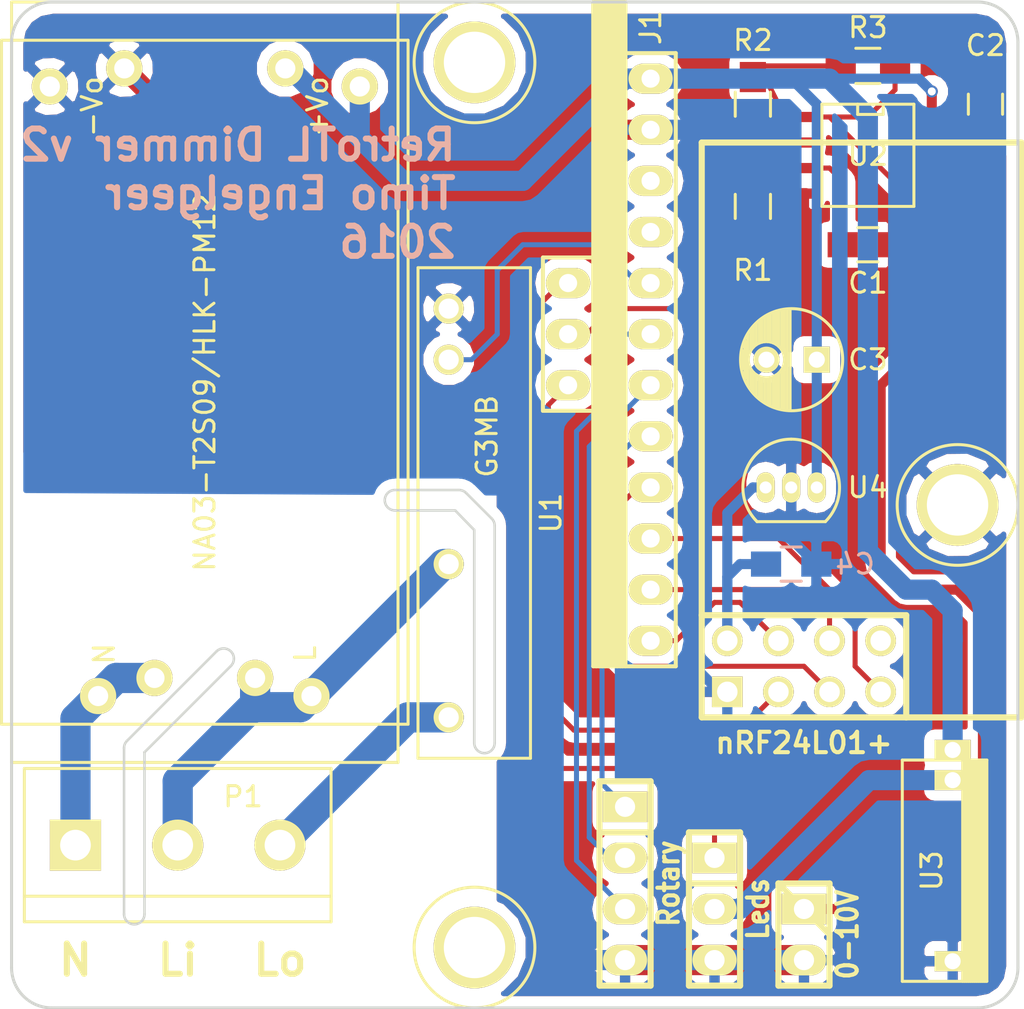
<source format=kicad_pcb>
(kicad_pcb (version 4) (host pcbnew 4.0.2-stable)

  (general
    (links 51)
    (no_connects 0)
    (area 112.564287 66.5 190 132.200001)
    (thickness 1.6)
    (drawings 44)
    (tracks 171)
    (zones 0)
    (modules 22)
    (nets 26)
  )

  (page A4)
  (title_block
    (title "RetroTL Dimmer")
    (date 2016-03-08)
    (rev v1)
    (company Septillion)
    (comment 1 "Timo Engelgeer")
  )

  (layers
    (0 F.Cu signal)
    (31 B.Cu signal hide)
    (32 B.Adhes user)
    (33 F.Adhes user)
    (34 B.Paste user)
    (35 F.Paste user)
    (36 B.SilkS user)
    (37 F.SilkS user hide)
    (38 B.Mask user)
    (39 F.Mask user)
    (40 Dwgs.User user hide)
    (41 Cmts.User user)
    (42 Eco1.User user)
    (43 Eco2.User user)
    (44 Edge.Cuts user)
    (45 Margin user)
    (46 B.CrtYd user)
    (47 F.CrtYd user)
    (48 B.Fab user)
    (49 F.Fab user)
  )

  (setup
    (last_trace_width 1.5)
    (user_trace_width 0.5)
    (user_trace_width 1)
    (user_trace_width 1.5)
    (trace_clearance 0.2)
    (zone_clearance 0.508)
    (zone_45_only no)
    (trace_min 0.2)
    (segment_width 1)
    (edge_width 1)
    (via_size 0.6)
    (via_drill 0.4)
    (via_min_size 0.4)
    (via_min_drill 0.3)
    (uvia_size 0.3)
    (uvia_drill 0.1)
    (uvias_allowed no)
    (uvia_min_size 0.2)
    (uvia_min_drill 0.1)
    (pcb_text_width 0.3)
    (pcb_text_size 1.5 1.5)
    (mod_edge_width 0.15)
    (mod_text_size 1 1)
    (mod_text_width 0.15)
    (pad_size 4.064 4.064)
    (pad_drill 3.048)
    (pad_to_mask_clearance 0.2)
    (aux_axis_origin 125 77.5)
    (grid_origin 125 77.5)
    (visible_elements 7FFFF77F)
    (pcbplotparams
      (layerselection 0x010f0_80000001)
      (usegerberextensions true)
      (excludeedgelayer true)
      (linewidth 0.100000)
      (plotframeref false)
      (viasonmask false)
      (mode 1)
      (useauxorigin false)
      (hpglpennumber 1)
      (hpglpenspeed 20)
      (hpglpendiameter 15)
      (hpglpenoverlay 2)
      (psnegative false)
      (psa4output false)
      (plotreference true)
      (plotvalue true)
      (plotinvisibletext false)
      (padsonsilk false)
      (subtractmaskfromsilk false)
      (outputformat 1)
      (mirror false)
      (drillshape 0)
      (scaleselection 1)
      (outputdirectory Gerber/))
  )

  (net 0 "")
  (net 1 "Net-(C1-Pad1)")
  (net 2 GND)
  (net 3 "Net-(J1-Pad17)")
  (net 4 "Net-(J1-Pad18)")
  (net 5 "Net-(J1-Pad19)")
  (net 6 "Net-(J1-Pad20)")
  (net 7 "Net-(J1-Pad21)")
  (net 8 "Net-(J1-Pad22)")
  (net 9 +9V)
  (net 10 "Net-(P1-Pad1)")
  (net 11 "Net-(P1-Pad2)")
  (net 12 "Net-(P1-Pad3)")
  (net 13 "Net-(P2-Pad2)")
  (net 14 "Net-(P4-Pad1)")
  (net 15 "Net-(R2-Pad1)")
  (net 16 "Net-(R3-Pad1)")
  (net 17 "Net-(C4-Pad1)")
  (net 18 /CSN)
  (net 19 /MOSI)
  (net 20 /MISO)
  (net 21 /SCK)
  (net 22 /CE)
  (net 23 "Net-(J1-Pad6)")
  (net 24 "Net-(J1-Pad5)")
  (net 25 "Net-(U5-Pad8)")

  (net_class Default "This is the default net class."
    (clearance 0.2)
    (trace_width 0.25)
    (via_dia 0.6)
    (via_drill 0.4)
    (uvia_dia 0.3)
    (uvia_drill 0.1)
    (add_net +9V)
    (add_net /CE)
    (add_net /CSN)
    (add_net /MISO)
    (add_net /MOSI)
    (add_net /SCK)
    (add_net GND)
    (add_net "Net-(C1-Pad1)")
    (add_net "Net-(C4-Pad1)")
    (add_net "Net-(J1-Pad17)")
    (add_net "Net-(J1-Pad18)")
    (add_net "Net-(J1-Pad19)")
    (add_net "Net-(J1-Pad20)")
    (add_net "Net-(J1-Pad21)")
    (add_net "Net-(J1-Pad22)")
    (add_net "Net-(J1-Pad5)")
    (add_net "Net-(J1-Pad6)")
    (add_net "Net-(P1-Pad1)")
    (add_net "Net-(P1-Pad2)")
    (add_net "Net-(P1-Pad3)")
    (add_net "Net-(P2-Pad2)")
    (add_net "Net-(P4-Pad1)")
    (add_net "Net-(R2-Pad1)")
    (add_net "Net-(R3-Pad1)")
    (add_net "Net-(U5-Pad8)")
  )

  (module septillion_Modules:MP2307_module_3pin (layer F.Cu) (tedit 57D1378F) (tstamp 56DEF92F)
    (at 171.355 120.68 270)
    (path /56A64230)
    (fp_text reference U3 (at 0 0.635 270) (layer F.SilkS)
      (effects (font (size 1 1) (thickness 0.15)))
    )
    (fp_text value LM2596_mod (at 0 -3.175 270) (layer F.Fab) hide
      (effects (font (size 1 1) (thickness 0.15)))
    )
    (fp_line (start -5.5 -0.9) (end 5.5 -0.9) (layer F.SilkS) (width 0.15))
    (fp_line (start -5.5 -1) (end 5.5 -1) (layer F.SilkS) (width 0.15))
    (fp_line (start -5.5 -1.1) (end 5.5 -1.1) (layer F.SilkS) (width 0.15))
    (fp_line (start -5.5 -1.2) (end 5.5 -1.2) (layer F.SilkS) (width 0.15))
    (fp_line (start -5.5 -1.3) (end 5.5 -1.3) (layer F.SilkS) (width 0.15))
    (fp_line (start -5.5 -1.4) (end 5.5 -1.4) (layer F.SilkS) (width 0.15))
    (fp_line (start -5.5 -1.5) (end 5.5 -1.5) (layer F.SilkS) (width 0.15))
    (fp_line (start -5.5 -2) (end 5.5 -2) (layer F.SilkS) (width 0.15))
    (fp_line (start -5.5 -1.9) (end 5.5 -1.9) (layer F.SilkS) (width 0.15))
    (fp_line (start 5.5 -1.8) (end -5.5 -1.8) (layer F.SilkS) (width 0.15))
    (fp_line (start -5.5 -1.7) (end 5.5 -1.7) (layer F.SilkS) (width 0.15))
    (fp_line (start -5.5 -1.6) (end 5.5 -1.6) (layer F.SilkS) (width 0.15))
    (fp_line (start 5.5 -2.1) (end -5.5 -2.1) (layer F.SilkS) (width 0.15))
    (fp_line (start -5.5 2.1) (end -5.5 -2.1) (layer F.SilkS) (width 0.15))
    (fp_line (start -5.5 2.1) (end 5.5 2.1) (layer F.SilkS) (width 0.15))
    (fp_line (start 5.5 2.1) (end 5.5 -2.1) (layer F.SilkS) (width 0.15))
    (pad 3 thru_hole rect (at -4.5 -0.4 270) (size 1 1.8) (drill 0.8) (layers *.Cu *.Mask F.SilkS)
      (net 13 "Net-(P2-Pad2)") (solder_mask_margin 0.1))
    (pad 2 thru_hole rect (at -6 -0.4 270) (size 1 1.8) (drill 0.8) (layers *.Cu *.Mask F.SilkS)
      (net 9 +9V) (solder_mask_margin 0.1))
    (pad 1 thru_hole rect (at 4.5 -0.4 270) (size 1 1.8) (drill 0.8) (layers *.Cu *.Mask F.SilkS)
      (net 2 GND))
  )

  (module TO_SOT_Packages_THT:TO-92_Inline_Narrow_Oval (layer F.Cu) (tedit 57D0346D) (tstamp 57CF2B7A)
    (at 162.465 101.63)
    (descr "TO-92 leads in-line, narrow, oval pads, drill 0.6mm (see NXP sot054_po.pdf)")
    (tags "to-92 sc-43 sc-43a sot54 PA33 transistor")
    (path /57CD6C4C)
    (fp_text reference U4 (at 5.08 0) (layer F.SilkS)
      (effects (font (size 1 1) (thickness 0.15)))
    )
    (fp_text value 78L33 (at 0 3) (layer F.Fab) hide
      (effects (font (size 1 1) (thickness 0.15)))
    )
    (fp_line (start -1.4 1.95) (end -1.4 -2.65) (layer F.CrtYd) (width 0.05))
    (fp_line (start -1.4 1.95) (end 3.95 1.95) (layer F.CrtYd) (width 0.05))
    (fp_line (start -0.43 1.7) (end 2.97 1.7) (layer F.SilkS) (width 0.15))
    (fp_arc (start 1.27 0) (end 1.27 -2.4) (angle -135) (layer F.SilkS) (width 0.15))
    (fp_arc (start 1.27 0) (end 1.27 -2.4) (angle 135) (layer F.SilkS) (width 0.15))
    (fp_line (start -1.4 -2.65) (end 3.95 -2.65) (layer F.CrtYd) (width 0.05))
    (fp_line (start 3.95 1.95) (end 3.95 -2.65) (layer F.CrtYd) (width 0.05))
    (pad 2 thru_hole oval (at 1.27 0 180) (size 0.89916 1.50114) (drill 0.6) (layers *.Cu *.Mask F.SilkS)
      (net 2 GND))
    (pad 1 thru_hole oval (at 2.54 0 180) (size 0.89916 1.50114) (drill 0.6) (layers *.Cu *.Mask F.SilkS)
      (net 9 +9V))
    (pad 3 thru_hole oval (at 0 0 180) (size 0.89916 1.50114) (drill 0.6) (layers *.Cu *.Mask F.SilkS)
      (net 17 "Net-(C4-Pad1)"))
    (model TO_SOT_Packages_THT.3dshapes/TO-92_Inline_Narrow_Oval.wrl
      (at (xyz 0.05 0 0))
      (scale (xyz 1 1 1))
      (rotate (xyz 0 0 -90))
    )
  )

  (module Connect:1pin locked (layer F.Cu) (tedit 5708E8B5) (tstamp 56A67DB7)
    (at 172 102.5)
    (descr "module 1 pin (ou trou mecanique de percage)")
    (tags DEV)
    (fp_text reference REF** (at 0 -3.048) (layer F.SilkS) hide
      (effects (font (size 1 1) (thickness 0.15)))
    )
    (fp_text value 1pin (at 0 2.794) (layer F.Fab) hide
      (effects (font (size 1 1) (thickness 0.15)))
    )
    (fp_circle (center 0 0) (end 0 3) (layer F.SilkS) (width 0.15))
    (pad 1 thru_hole circle (at 0 0) (size 4.064 4.064) (drill 3.048) (layers *.Cu *.Mask F.SilkS)
      (net 2 GND))
  )

  (module Connect:1pin locked (layer F.Cu) (tedit 5708E8A4) (tstamp 56A67D00)
    (at 148 124.5)
    (descr "module 1 pin (ou trou mecanique de percage)")
    (tags DEV)
    (fp_text reference REF** (at 0 -3.048) (layer F.SilkS) hide
      (effects (font (size 1 1) (thickness 0.15)))
    )
    (fp_text value 1pin (at 0 2.794) (layer F.Fab) hide
      (effects (font (size 1 1) (thickness 0.15)))
    )
    (fp_circle (center 0 0) (end 0 3) (layer F.SilkS) (width 0.15))
    (pad 1 thru_hole circle (at 0 0) (size 4.064 4.064) (drill 3.048) (layers *.Cu *.Mask F.SilkS))
  )

  (module Connect:1pin locked (layer F.Cu) (tedit 5708E891) (tstamp 56A67DAA)
    (at 148 80.5)
    (descr "module 1 pin (ou trou mecanique de percage)")
    (tags DEV)
    (fp_text reference REF** (at 0 -3.048) (layer F.SilkS) hide
      (effects (font (size 1 1) (thickness 0.15)))
    )
    (fp_text value 1pin (at 0 2.794) (layer F.Fab) hide
      (effects (font (size 1 1) (thickness 0.15)))
    )
    (fp_circle (center 0 0) (end 0 3) (layer F.SilkS) (width 0.15))
    (pad 1 thru_hole circle (at 0 0) (size 4.064 4.064) (drill 3.048) (layers *.Cu *.Mask F.SilkS))
  )

  (module Capacitors_SMD:C_0805_HandSoldering (layer F.Cu) (tedit 56ACB007) (tstamp 56A6615E)
    (at 167.545 89.565)
    (descr "Capacitor SMD 0805, hand soldering")
    (tags "capacitor 0805")
    (path /56A613BB)
    (attr smd)
    (fp_text reference C1 (at 0 1.905) (layer F.SilkS)
      (effects (font (size 1 1) (thickness 0.15)))
    )
    (fp_text value 100n (at 0 2.1) (layer F.Fab) hide
      (effects (font (size 1 1) (thickness 0.15)))
    )
    (fp_line (start -2.3 -1) (end 2.3 -1) (layer F.CrtYd) (width 0.05))
    (fp_line (start -2.3 1) (end 2.3 1) (layer F.CrtYd) (width 0.05))
    (fp_line (start -2.3 -1) (end -2.3 1) (layer F.CrtYd) (width 0.05))
    (fp_line (start 2.3 -1) (end 2.3 1) (layer F.CrtYd) (width 0.05))
    (fp_line (start 0.5 -0.85) (end -0.5 -0.85) (layer F.SilkS) (width 0.15))
    (fp_line (start -0.5 0.85) (end 0.5 0.85) (layer F.SilkS) (width 0.15))
    (pad 1 smd rect (at -1.25 0) (size 1.5 1.25) (layers F.Cu F.Paste F.Mask)
      (net 1 "Net-(C1-Pad1)"))
    (pad 2 smd rect (at 1.25 0) (size 1.5 1.25) (layers F.Cu F.Paste F.Mask)
      (net 2 GND))
    (model Capacitors_SMD.3dshapes/C_0805_HandSoldering.wrl
      (at (xyz 0 0 0))
      (scale (xyz 1 1 1))
      (rotate (xyz 0 0 0))
    )
  )

  (module Connect:bornier3 (layer F.Cu) (tedit 56DF394E) (tstamp 56A66175)
    (at 133.255 119.41)
    (descr "Bornier d'alimentation 3 pins")
    (tags DEV)
    (path /56A3B030)
    (fp_text reference P1 (at 3.245 -2.41) (layer F.SilkS)
      (effects (font (size 1 1) (thickness 0.15)))
    )
    (fp_text value MAINS (at 8.89 0 90) (layer F.Fab)
      (effects (font (size 1 1) (thickness 0.15)))
    )
    (fp_line (start -7.62 3.81) (end -7.62 -3.81) (layer F.SilkS) (width 0.15))
    (fp_line (start 7.62 3.81) (end 7.62 -3.81) (layer F.SilkS) (width 0.15))
    (fp_line (start -7.62 2.54) (end 7.62 2.54) (layer F.SilkS) (width 0.15))
    (fp_line (start -7.62 -3.81) (end 7.62 -3.81) (layer F.SilkS) (width 0.15))
    (fp_line (start -7.62 3.81) (end 7.62 3.81) (layer F.SilkS) (width 0.15))
    (pad 1 thru_hole rect (at -5.08 0) (size 2.54 2.54) (drill 1.524) (layers *.Cu *.Mask F.SilkS)
      (net 10 "Net-(P1-Pad1)"))
    (pad 2 thru_hole circle (at 0 0) (size 2.54 2.54) (drill 1.524) (layers *.Cu *.Mask F.SilkS)
      (net 11 "Net-(P1-Pad2)"))
    (pad 3 thru_hole circle (at 5.08 0) (size 2.54 2.54) (drill 1.524) (layers *.Cu *.Mask F.SilkS)
      (net 12 "Net-(P1-Pad3)"))
    (model Connect.3dshapes/bornier3.wrl
      (at (xyz 0 0 0))
      (scale (xyz 1 1 1))
      (rotate (xyz 0 0 0))
    )
  )

  (module w_pin_strip:pin_strip_3 (layer F.Cu) (tedit 56DF3A18) (tstamp 56A6617C)
    (at 159.925 122.585 270)
    (descr "Pin strip 3pin")
    (tags "CONN DEV")
    (path /56A609A6)
    (fp_text reference P2 (at 0 -2.159 270) (layer F.SilkS) hide
      (effects (font (size 1.016 1.016) (thickness 0.2032)))
    )
    (fp_text value Leds (at 0 -2.159 270) (layer F.SilkS)
      (effects (font (size 1.016 0.889) (thickness 0.2032)))
    )
    (fp_line (start -1.27 1.27) (end -1.27 -1.27) (layer F.SilkS) (width 0.3048))
    (fp_line (start -3.81 -1.27) (end 3.81 -1.27) (layer F.SilkS) (width 0.3048))
    (fp_line (start 3.81 -1.27) (end 3.81 1.27) (layer F.SilkS) (width 0.3048))
    (fp_line (start 3.81 1.27) (end -3.81 1.27) (layer F.SilkS) (width 0.3048))
    (fp_line (start -3.81 1.27) (end -3.81 -1.27) (layer F.SilkS) (width 0.3048))
    (pad 1 thru_hole rect (at -2.54 0 270) (size 1.524 2.19964) (drill 1.00076) (layers *.Cu *.Mask F.SilkS)
      (net 24 "Net-(J1-Pad5)"))
    (pad 2 thru_hole oval (at 0 0 270) (size 1.524 2.19964) (drill 1.00076) (layers *.Cu *.Mask F.SilkS)
      (net 13 "Net-(P2-Pad2)"))
    (pad 3 thru_hole oval (at 2.54 0 270) (size 1.524 2.19964) (drill 1.00076) (layers *.Cu *.Mask F.SilkS)
      (net 2 GND))
    (model walter/pin_strip/pin_strip_3.wrl
      (at (xyz 0 0 0))
      (scale (xyz 1 1 1))
      (rotate (xyz 0 0 0))
    )
  )

  (module w_pin_strip:pin_strip_4 (layer F.Cu) (tedit 56DF39F2) (tstamp 56A66184)
    (at 155.48 121.315 270)
    (descr "Pin strip 4pin")
    (tags "CONN DEV")
    (path /56A60A19)
    (fp_text reference P3 (at 0 -2.159 270) (layer F.SilkS) hide
      (effects (font (size 1.016 1.016) (thickness 0.2032)))
    )
    (fp_text value Rotary (at 0 -2.159 270) (layer F.SilkS)
      (effects (font (size 1.016 0.889) (thickness 0.2032)))
    )
    (fp_line (start -2.54 -1.27) (end -2.54 1.27) (layer F.SilkS) (width 0.3048))
    (fp_line (start 5.08 1.27) (end -5.08 1.27) (layer F.SilkS) (width 0.3048))
    (fp_line (start -5.08 -1.27) (end 5.08 -1.27) (layer F.SilkS) (width 0.3048))
    (fp_line (start -5.08 1.27) (end -5.08 -1.27) (layer F.SilkS) (width 0.3048))
    (fp_line (start 5.08 -1.27) (end 5.08 1.27) (layer F.SilkS) (width 0.3048))
    (pad 1 thru_hole rect (at -3.81 0 270) (size 1.524 2.19964) (drill 1.00076) (layers *.Cu *.Mask F.SilkS)
      (net 3 "Net-(J1-Pad17)"))
    (pad 2 thru_hole oval (at -1.27 0 270) (size 1.524 2.19964) (drill 1.00076) (layers *.Cu *.Mask F.SilkS)
      (net 4 "Net-(J1-Pad18)"))
    (pad 3 thru_hole oval (at 1.27 0 270) (size 1.524 2.19964) (drill 1.00076) (layers *.Cu *.Mask F.SilkS)
      (net 5 "Net-(J1-Pad19)"))
    (pad 4 thru_hole oval (at 3.81 0 270) (size 1.524 2.19964) (drill 1.00076) (layers *.Cu *.Mask F.SilkS)
      (net 2 GND))
    (model walter/pin_strip/pin_strip_4.wrl
      (at (xyz 0 0 0))
      (scale (xyz 1 1 1))
      (rotate (xyz 0 0 0))
    )
  )

  (module w_pin_strip:pin_strip_2 (layer F.Cu) (tedit 56DF3A30) (tstamp 56A6618A)
    (at 164.37 123.855 270)
    (descr "Pin strip 2pin")
    (tags "CONN DEV")
    (path /56A60A74)
    (fp_text reference P4 (at 0 -2.159 270) (layer F.SilkS) hide
      (effects (font (size 1.016 1.016) (thickness 0.2032)))
    )
    (fp_text value 0-10V (at 0 -2.159 270) (layer F.SilkS)
      (effects (font (size 1.016 0.889) (thickness 0.2032)))
    )
    (fp_line (start -2.54 1.27) (end 0 -1.27) (layer F.SilkS) (width 0.3048))
    (fp_line (start 2.54 1.27) (end -2.54 1.27) (layer F.SilkS) (width 0.3048))
    (fp_line (start -2.54 -1.27) (end 2.54 -1.27) (layer F.SilkS) (width 0.3048))
    (fp_line (start -2.54 1.27) (end -2.54 -1.27) (layer F.SilkS) (width 0.3048))
    (fp_line (start 2.54 -1.27) (end 2.54 1.27) (layer F.SilkS) (width 0.3048))
    (pad 1 thru_hole rect (at -1.27 0 270) (size 1.524 2.19964) (drill 1.00076) (layers *.Cu *.Mask F.SilkS)
      (net 14 "Net-(P4-Pad1)"))
    (pad 2 thru_hole oval (at 1.27 0 270) (size 1.524 2.19964) (drill 1.00076) (layers *.Cu *.Mask F.SilkS)
      (net 2 GND))
    (model walter/pin_strip/pin_strip_2.wrl
      (at (xyz 0 0 0))
      (scale (xyz 1 1 1))
      (rotate (xyz 0 0 0))
    )
  )

  (module Resistors_SMD:R_0805_HandSoldering (layer F.Cu) (tedit 57CD88A9) (tstamp 56A66190)
    (at 161.83 87.66 270)
    (descr "Resistor SMD 0805, hand soldering")
    (tags "resistor 0805")
    (path /56A6137C)
    (attr smd)
    (fp_text reference R1 (at 3.175 0 360) (layer F.SilkS)
      (effects (font (size 1 1) (thickness 0.15)))
    )
    (fp_text value 100k (at 0 2.1 270) (layer F.Fab) hide
      (effects (font (size 1 1) (thickness 0.15)))
    )
    (fp_line (start -2.4 -1) (end 2.4 -1) (layer F.CrtYd) (width 0.05))
    (fp_line (start -2.4 1) (end 2.4 1) (layer F.CrtYd) (width 0.05))
    (fp_line (start -2.4 -1) (end -2.4 1) (layer F.CrtYd) (width 0.05))
    (fp_line (start 2.4 -1) (end 2.4 1) (layer F.CrtYd) (width 0.05))
    (fp_line (start 0.6 0.875) (end -0.6 0.875) (layer F.SilkS) (width 0.15))
    (fp_line (start -0.6 -0.875) (end 0.6 -0.875) (layer F.SilkS) (width 0.15))
    (pad 1 smd rect (at -1.35 0 270) (size 1.5 1.3) (layers F.Cu F.Paste F.Mask)
      (net 1 "Net-(C1-Pad1)"))
    (pad 2 smd rect (at 1.35 0 270) (size 1.5 1.3) (layers F.Cu F.Paste F.Mask)
      (net 23 "Net-(J1-Pad6)"))
    (model Resistors_SMD.3dshapes/R_0805_HandSoldering.wrl
      (at (xyz 0 0 0))
      (scale (xyz 1 1 1))
      (rotate (xyz 0 0 0))
    )
  )

  (module Resistors_SMD:R_0805_HandSoldering (layer F.Cu) (tedit 57CD88A7) (tstamp 56A66196)
    (at 161.83 82.58 270)
    (descr "Resistor SMD 0805, hand soldering")
    (tags "resistor 0805")
    (path /56A61157)
    (attr smd)
    (fp_text reference R2 (at -3.175 0 360) (layer F.SilkS)
      (effects (font (size 1 1) (thickness 0.15)))
    )
    (fp_text value 15k (at 0 2.1 270) (layer F.Fab) hide
      (effects (font (size 1 1) (thickness 0.15)))
    )
    (fp_line (start -2.4 -1) (end 2.4 -1) (layer F.CrtYd) (width 0.05))
    (fp_line (start -2.4 1) (end 2.4 1) (layer F.CrtYd) (width 0.05))
    (fp_line (start -2.4 -1) (end -2.4 1) (layer F.CrtYd) (width 0.05))
    (fp_line (start 2.4 -1) (end 2.4 1) (layer F.CrtYd) (width 0.05))
    (fp_line (start 0.6 0.875) (end -0.6 0.875) (layer F.SilkS) (width 0.15))
    (fp_line (start -0.6 -0.875) (end 0.6 -0.875) (layer F.SilkS) (width 0.15))
    (pad 1 smd rect (at -1.35 0 270) (size 1.5 1.3) (layers F.Cu F.Paste F.Mask)
      (net 15 "Net-(R2-Pad1)"))
    (pad 2 smd rect (at 1.35 0 270) (size 1.5 1.3) (layers F.Cu F.Paste F.Mask)
      (net 2 GND))
    (model Resistors_SMD.3dshapes/R_0805_HandSoldering.wrl
      (at (xyz 0 0 0))
      (scale (xyz 1 1 1))
      (rotate (xyz 0 0 0))
    )
  )

  (module Resistors_SMD:R_0805_HandSoldering (layer F.Cu) (tedit 56ACB002) (tstamp 56A6619C)
    (at 167.545 80.675 180)
    (descr "Resistor SMD 0805, hand soldering")
    (tags "resistor 0805")
    (path /56A6110E)
    (attr smd)
    (fp_text reference R3 (at 0 1.905 180) (layer F.SilkS)
      (effects (font (size 1 1) (thickness 0.15)))
    )
    (fp_text value 12k (at 0 2.1 180) (layer F.Fab) hide
      (effects (font (size 1 1) (thickness 0.15)))
    )
    (fp_line (start -2.4 -1) (end 2.4 -1) (layer F.CrtYd) (width 0.05))
    (fp_line (start -2.4 1) (end 2.4 1) (layer F.CrtYd) (width 0.05))
    (fp_line (start -2.4 -1) (end -2.4 1) (layer F.CrtYd) (width 0.05))
    (fp_line (start 2.4 -1) (end 2.4 1) (layer F.CrtYd) (width 0.05))
    (fp_line (start 0.6 0.875) (end -0.6 0.875) (layer F.SilkS) (width 0.15))
    (fp_line (start -0.6 -0.875) (end 0.6 -0.875) (layer F.SilkS) (width 0.15))
    (pad 1 smd rect (at -1.35 0 180) (size 1.5 1.3) (layers F.Cu F.Paste F.Mask)
      (net 16 "Net-(R3-Pad1)"))
    (pad 2 smd rect (at 1.35 0 180) (size 1.5 1.3) (layers F.Cu F.Paste F.Mask)
      (net 15 "Net-(R2-Pad1)"))
    (model Resistors_SMD.3dshapes/R_0805_HandSoldering.wrl
      (at (xyz 0 0 0))
      (scale (xyz 1 1 1))
      (rotate (xyz 0 0 0))
    )
  )

  (module SMD_Packages:SOIC-8-N (layer F.Cu) (tedit 56ACB014) (tstamp 56A661B8)
    (at 167.545 85.12 270)
    (descr "Module Narrow CMS SOJ 8 pins large")
    (tags "CMS SOJ")
    (path /56A60575)
    (attr smd)
    (fp_text reference U2 (at 0 0 360) (layer F.SilkS)
      (effects (font (size 1 1) (thickness 0.15)))
    )
    (fp_text value LM358 (at 0 1.27 270) (layer F.Fab) hide
      (effects (font (size 1 1) (thickness 0.15)))
    )
    (fp_line (start -2.54 -2.286) (end 2.54 -2.286) (layer F.SilkS) (width 0.15))
    (fp_line (start 2.54 -2.286) (end 2.54 2.286) (layer F.SilkS) (width 0.15))
    (fp_line (start 2.54 2.286) (end -2.54 2.286) (layer F.SilkS) (width 0.15))
    (fp_line (start -2.54 2.286) (end -2.54 -2.286) (layer F.SilkS) (width 0.15))
    (fp_line (start -2.54 -0.762) (end -2.032 -0.762) (layer F.SilkS) (width 0.15))
    (fp_line (start -2.032 -0.762) (end -2.032 0.508) (layer F.SilkS) (width 0.15))
    (fp_line (start -2.032 0.508) (end -2.54 0.508) (layer F.SilkS) (width 0.15))
    (pad 8 smd rect (at -1.905 -3.175 270) (size 0.508 1.143) (layers F.Cu F.Paste F.Mask)
      (net 9 +9V))
    (pad 7 smd rect (at -0.635 -3.175 270) (size 0.508 1.143) (layers F.Cu F.Paste F.Mask)
      (net 14 "Net-(P4-Pad1)"))
    (pad 6 smd rect (at 0.635 -3.175 270) (size 0.508 1.143) (layers F.Cu F.Paste F.Mask)
      (net 14 "Net-(P4-Pad1)"))
    (pad 5 smd rect (at 1.905 -3.175 270) (size 0.508 1.143) (layers F.Cu F.Paste F.Mask)
      (net 16 "Net-(R3-Pad1)"))
    (pad 4 smd rect (at 1.905 3.175 270) (size 0.508 1.143) (layers F.Cu F.Paste F.Mask)
      (net 2 GND))
    (pad 3 smd rect (at 0.635 3.175 270) (size 0.508 1.143) (layers F.Cu F.Paste F.Mask)
      (net 1 "Net-(C1-Pad1)"))
    (pad 2 smd rect (at -0.635 3.175 270) (size 0.508 1.143) (layers F.Cu F.Paste F.Mask)
      (net 15 "Net-(R2-Pad1)"))
    (pad 1 smd rect (at -1.905 3.175 270) (size 0.508 1.143) (layers F.Cu F.Paste F.Mask)
      (net 16 "Net-(R3-Pad1)"))
    (model SMD_Packages.3dshapes/SOIC-8-N.wrl
      (at (xyz 0 0 0))
      (scale (xyz 0.5 0.38 0.5))
      (rotate (xyz 0 0 0))
    )
  )

  (module Septillion_TRIAC:G3MB-xxxx (layer F.Cu) (tedit 56DF012A) (tstamp 56A661AC)
    (at 147.987 102.9 90)
    (tags "G3MB, G3MB-xxxx, opto triac, triac")
    (path /56A3B3E1)
    (fp_text reference U1 (at 0 3.81 90) (layer F.SilkS)
      (effects (font (size 1 1) (thickness 0.15)))
    )
    (fp_text value G3MB (at 3.81 0.635 90) (layer F.SilkS)
      (effects (font (size 1 1) (thickness 0.15)))
    )
    (fp_line (start 12.192 -2.794) (end -12.192 -2.794) (layer F.SilkS) (width 0.15))
    (fp_line (start -12.192 -2.794) (end -12.192 2.794) (layer F.SilkS) (width 0.15))
    (fp_line (start -12.192 2.794) (end 12.192 2.794) (layer F.SilkS) (width 0.15))
    (fp_line (start 12.192 2.794) (end 12.192 -2.794) (layer F.SilkS) (width 0.15))
    (pad 1 thru_hole circle (at -10.16 -1.27 90) (size 1.5 1.5) (drill 1) (layers *.Cu *.Mask F.SilkS)
      (net 12 "Net-(P1-Pad3)"))
    (pad 2 thru_hole circle (at -2.54 -1.27 90) (size 1.5 1.5) (drill 1) (layers *.Cu *.Mask F.SilkS)
      (net 11 "Net-(P1-Pad2)"))
    (pad 3 thru_hole circle (at 7.62 -1.27 90) (size 1.5 1.5) (drill 1) (layers *.Cu *.Mask F.SilkS)
      (net 6 "Net-(J1-Pad20)"))
    (pad 4 thru_hole circle (at 10.16 -1.27 90) (size 1.5 1.5) (drill 1) (layers *.Cu *.Mask F.SilkS)
      (net 2 GND))
  )

  (module septillio_logo:Logo_mask_OSHW_12x13mm (layer B.Cu) (tedit 0) (tstamp 56DFC159)
    (at 135.16 94.01 180)
    (descr "Open Hardware Logo, 12x13mm")
    (fp_text reference G*** (at 0 0 180) (layer B.Mask) hide
      (effects (font (size 0.5461 0.5461) (thickness 0.10922)) (justify mirror))
    )
    (fp_text value LOGO (at 0 -0.9 180) (layer B.Mask) hide
      (effects (font (size 0.5461 0.5461) (thickness 0.10922)) (justify mirror))
    )
    (fp_line (start 5.21 -7.11) (end 5.31 -7.04) (layer B.Mask) (width 0.15))
    (fp_line (start 5.03 -7.11) (end 5.21 -7.11) (layer B.Mask) (width 0.15))
    (fp_line (start 4.93 -7.04) (end 5.03 -7.11) (layer B.Mask) (width 0.15))
    (fp_line (start 4.88 -6.9) (end 4.93 -7.04) (layer B.Mask) (width 0.15))
    (fp_line (start 4.88 -6.32) (end 4.88 -6.9) (layer B.Mask) (width 0.15))
    (fp_line (start 4.94 -6.17) (end 4.88 -6.32) (layer B.Mask) (width 0.15))
    (fp_line (start 5.04 -6.1) (end 4.94 -6.17) (layer B.Mask) (width 0.15))
    (fp_line (start 5.21 -6.1) (end 5.04 -6.1) (layer B.Mask) (width 0.15))
    (fp_line (start 5.31 -6.19) (end 5.21 -6.1) (layer B.Mask) (width 0.15))
    (fp_line (start 5.36 -6.32) (end 5.31 -6.19) (layer B.Mask) (width 0.15))
    (fp_line (start 5.36 -6.59) (end 5.36 -6.32) (layer B.Mask) (width 0.15))
    (fp_line (start 4.88 -6.59) (end 5.36 -6.59) (layer B.Mask) (width 0.15))
    (fp_line (start 4.31 -6.11) (end 4.31 -7.11) (layer B.Mask) (width 0.15))
    (fp_line (start 4.36 -6.25) (end 4.31 -6.42) (layer B.Mask) (width 0.15))
    (fp_line (start 4.4 -6.19) (end 4.36 -6.25) (layer B.Mask) (width 0.15))
    (fp_line (start 4.5 -6.11) (end 4.4 -6.19) (layer B.Mask) (width 0.15))
    (fp_line (start 4.61 -6.11) (end 4.5 -6.11) (layer B.Mask) (width 0.15))
    (fp_line (start 2.26 -6.1) (end 2.45 -7.11) (layer B.Mask) (width 0.15))
    (fp_line (start 2.45 -7.11) (end 2.64 -6.39) (layer B.Mask) (width 0.15))
    (fp_line (start 2.64 -6.39) (end 2.83 -7.11) (layer B.Mask) (width 0.15))
    (fp_line (start 2.83 -7.11) (end 3.03 -6.1) (layer B.Mask) (width 0.15))
    (fp_line (start 1.88 -7.03) (end 1.79 -7.11) (layer B.Mask) (width 0.15))
    (fp_line (start 1.79 -7.11) (end 1.6 -7.11) (layer B.Mask) (width 0.15))
    (fp_line (start 1.6 -7.11) (end 1.53 -7.06) (layer B.Mask) (width 0.15))
    (fp_line (start 1.53 -7.06) (end 1.46 -6.98) (layer B.Mask) (width 0.15))
    (fp_line (start 1.46 -6.98) (end 1.4 -6.82) (layer B.Mask) (width 0.15))
    (fp_line (start 1.4 -6.82) (end 1.4 -6.4) (layer B.Mask) (width 0.15))
    (fp_line (start 1.4 -6.4) (end 1.45 -6.25) (layer B.Mask) (width 0.15))
    (fp_line (start 1.45 -6.25) (end 1.52 -6.16) (layer B.Mask) (width 0.15))
    (fp_line (start 1.52 -6.16) (end 1.6 -6.11) (layer B.Mask) (width 0.15))
    (fp_line (start 1.6 -6.11) (end 1.78 -6.11) (layer B.Mask) (width 0.15))
    (fp_line (start 1.78 -6.11) (end 1.88 -6.19) (layer B.Mask) (width 0.15))
    (fp_line (start 1.88 -5.61) (end 1.88 -7.11) (layer B.Mask) (width 0.15))
    (fp_line (start 1.13 -6.11) (end 1.02 -6.11) (layer B.Mask) (width 0.15))
    (fp_line (start 1.02 -6.11) (end 0.92 -6.19) (layer B.Mask) (width 0.15))
    (fp_line (start 0.92 -6.19) (end 0.88 -6.25) (layer B.Mask) (width 0.15))
    (fp_line (start 0.88 -6.25) (end 0.83 -6.42) (layer B.Mask) (width 0.15))
    (fp_line (start 0.83 -6.11) (end 0.83 -7.11) (layer B.Mask) (width 0.15))
    (fp_line (start 3.84 -6.32) (end 3.84 -7.11) (layer B.Mask) (width 0.15))
    (fp_line (start 3.78 -6.17) (end 3.84 -6.32) (layer B.Mask) (width 0.15))
    (fp_line (start 3.69 -6.1) (end 3.78 -6.17) (layer B.Mask) (width 0.15))
    (fp_line (start 3.51 -6.1) (end 3.69 -6.1) (layer B.Mask) (width 0.15))
    (fp_line (start 3.4 -6.18) (end 3.51 -6.1) (layer B.Mask) (width 0.15))
    (fp_line (start 3.36 -6.88) (end 3.4 -7.02) (layer B.Mask) (width 0.15))
    (fp_line (start 3.36 -6.75) (end 3.36 -6.88) (layer B.Mask) (width 0.15))
    (fp_line (start 3.41 -6.61) (end 3.36 -6.75) (layer B.Mask) (width 0.15))
    (fp_line (start 3.51 -6.53) (end 3.41 -6.61) (layer B.Mask) (width 0.15))
    (fp_line (start 3.75 -6.53) (end 3.51 -6.53) (layer B.Mask) (width 0.15))
    (fp_line (start 3.84 -6.46) (end 3.75 -6.53) (layer B.Mask) (width 0.15))
    (fp_line (start 3.74 -7.11) (end 3.84 -7.03) (layer B.Mask) (width 0.15))
    (fp_line (start 3.51 -7.11) (end 3.74 -7.11) (layer B.Mask) (width 0.15))
    (fp_line (start 3.4 -7.02) (end 3.51 -7.11) (layer B.Mask) (width 0.15))
    (fp_line (start -0.08 -7.02) (end 0.03 -7.11) (layer B.Mask) (width 0.15))
    (fp_line (start 0.03 -7.11) (end 0.26 -7.11) (layer B.Mask) (width 0.15))
    (fp_line (start 0.26 -7.11) (end 0.36 -7.03) (layer B.Mask) (width 0.15))
    (fp_line (start 0.36 -6.46) (end 0.27 -6.53) (layer B.Mask) (width 0.15))
    (fp_line (start 0.27 -6.53) (end 0.03 -6.53) (layer B.Mask) (width 0.15))
    (fp_line (start 0.03 -6.53) (end -0.07 -6.61) (layer B.Mask) (width 0.15))
    (fp_line (start -0.07 -6.61) (end -0.12 -6.75) (layer B.Mask) (width 0.15))
    (fp_line (start -0.12 -6.75) (end -0.12 -6.88) (layer B.Mask) (width 0.15))
    (fp_line (start -0.12 -6.88) (end -0.08 -7.02) (layer B.Mask) (width 0.15))
    (fp_line (start -0.08 -6.18) (end 0.03 -6.1) (layer B.Mask) (width 0.15))
    (fp_line (start 0.03 -6.1) (end 0.21 -6.1) (layer B.Mask) (width 0.15))
    (fp_line (start 0.21 -6.1) (end 0.3 -6.17) (layer B.Mask) (width 0.15))
    (fp_line (start 0.3 -6.17) (end 0.36 -6.32) (layer B.Mask) (width 0.15))
    (fp_line (start 0.36 -6.32) (end 0.36 -7.11) (layer B.Mask) (width 0.15))
    (fp_line (start -0.98 -7.11) (end -0.98 -5.61) (layer B.Mask) (width 0.15))
    (fp_line (start -0.92 -6.17) (end -0.98 -6.24) (layer B.Mask) (width 0.15))
    (fp_line (start -0.84 -6.11) (end -0.92 -6.17) (layer B.Mask) (width 0.15))
    (fp_line (start -0.7 -6.11) (end -0.84 -6.11) (layer B.Mask) (width 0.15))
    (fp_line (start -0.6 -6.18) (end -0.7 -6.11) (layer B.Mask) (width 0.15))
    (fp_line (start -0.55 -6.33) (end -0.6 -6.18) (layer B.Mask) (width 0.15))
    (fp_line (start -0.55 -7.11) (end -0.55 -6.33) (layer B.Mask) (width 0.15))
    (fp_line (start -2.21 -7.11) (end -2.21 -6.33) (layer B.Mask) (width 0.15))
    (fp_line (start -2.21 -6.33) (end -2.26 -6.18) (layer B.Mask) (width 0.15))
    (fp_line (start -2.26 -6.18) (end -2.36 -6.11) (layer B.Mask) (width 0.15))
    (fp_line (start -2.36 -6.11) (end -2.5 -6.11) (layer B.Mask) (width 0.15))
    (fp_line (start -2.5 -6.11) (end -2.58 -6.17) (layer B.Mask) (width 0.15))
    (fp_line (start -2.58 -6.17) (end -2.64 -6.24) (layer B.Mask) (width 0.15))
    (fp_line (start -2.64 -6.11) (end -2.64 -7.11) (layer B.Mask) (width 0.15))
    (fp_line (start -3.55 -6.59) (end -3.07 -6.59) (layer B.Mask) (width 0.15))
    (fp_line (start -3.07 -6.59) (end -3.07 -6.32) (layer B.Mask) (width 0.15))
    (fp_line (start -3.07 -6.32) (end -3.12 -6.19) (layer B.Mask) (width 0.15))
    (fp_line (start -3.12 -6.19) (end -3.22 -6.1) (layer B.Mask) (width 0.15))
    (fp_line (start -3.22 -6.1) (end -3.39 -6.1) (layer B.Mask) (width 0.15))
    (fp_line (start -3.39 -6.1) (end -3.49 -6.17) (layer B.Mask) (width 0.15))
    (fp_line (start -3.49 -6.17) (end -3.55 -6.32) (layer B.Mask) (width 0.15))
    (fp_line (start -3.55 -6.32) (end -3.55 -6.9) (layer B.Mask) (width 0.15))
    (fp_line (start -3.55 -6.9) (end -3.5 -7.04) (layer B.Mask) (width 0.15))
    (fp_line (start -3.5 -7.04) (end -3.4 -7.11) (layer B.Mask) (width 0.15))
    (fp_line (start -3.4 -7.11) (end -3.22 -7.11) (layer B.Mask) (width 0.15))
    (fp_line (start -3.22 -7.11) (end -3.12 -7.04) (layer B.Mask) (width 0.15))
    (fp_line (start -4.41 -6.1) (end -4.41 -7.61) (layer B.Mask) (width 0.15))
    (fp_line (start -4.3 -6.1) (end -4.12 -6.1) (layer B.Mask) (width 0.15))
    (fp_line (start -4.3 -7.1) (end -4.11 -7.1) (layer B.Mask) (width 0.15))
    (fp_line (start -4.3 -6.1) (end -4.38 -6.16) (layer B.Mask) (width 0.15))
    (fp_line (start -4.03 -6.17) (end -4.12 -6.1) (layer B.Mask) (width 0.15))
    (fp_line (start -3.98 -6.24) (end -4.03 -6.17) (layer B.Mask) (width 0.15))
    (fp_line (start -3.93 -6.4) (end -3.98 -6.24) (layer B.Mask) (width 0.15))
    (fp_line (start -3.93 -6.81) (end -3.93 -6.4) (layer B.Mask) (width 0.15))
    (fp_line (start -3.98 -6.95) (end -3.93 -6.81) (layer B.Mask) (width 0.15))
    (fp_line (start -4.02 -7.02) (end -3.98 -6.95) (layer B.Mask) (width 0.15))
    (fp_line (start -4.12 -7.1) (end -4.02 -7.02) (layer B.Mask) (width 0.15))
    (fp_line (start -4.4 -7.03) (end -4.3 -7.1) (layer B.Mask) (width 0.15))
    (fp_line (start -5.36 -6.4) (end -5.36 -6.81) (layer B.Mask) (width 0.15))
    (fp_line (start -5.36 -6.81) (end -5.31 -6.95) (layer B.Mask) (width 0.15))
    (fp_line (start -5.31 -6.95) (end -5.26 -7.04) (layer B.Mask) (width 0.15))
    (fp_line (start -5.26 -7.04) (end -5.16 -7.11) (layer B.Mask) (width 0.15))
    (fp_line (start -5.16 -7.11) (end -5.02 -7.11) (layer B.Mask) (width 0.15))
    (fp_line (start -5.02 -7.11) (end -4.92 -7.03) (layer B.Mask) (width 0.15))
    (fp_line (start -4.92 -7.03) (end -4.88 -6.96) (layer B.Mask) (width 0.15))
    (fp_line (start -4.88 -6.96) (end -4.83 -6.82) (layer B.Mask) (width 0.15))
    (fp_line (start -4.83 -6.82) (end -4.83 -6.41) (layer B.Mask) (width 0.15))
    (fp_line (start -4.83 -6.41) (end -4.88 -6.25) (layer B.Mask) (width 0.15))
    (fp_line (start -4.88 -6.25) (end -4.93 -6.18) (layer B.Mask) (width 0.15))
    (fp_line (start -4.93 -6.18) (end -5.02 -6.11) (layer B.Mask) (width 0.15))
    (fp_line (start -5.02 -6.11) (end -5.17 -6.11) (layer B.Mask) (width 0.15))
    (fp_line (start -5.17 -6.11) (end -5.25 -6.17) (layer B.Mask) (width 0.15))
    (fp_line (start -5.25 -6.17) (end -5.31 -6.25) (layer B.Mask) (width 0.15))
    (fp_line (start -5.31 -6.25) (end -5.36 -6.4) (layer B.Mask) (width 0.15))
    (fp_poly (pts (xy -3.63728 -5.38988) (xy -3.57378 -5.35686) (xy -3.43408 -5.26796) (xy -3.23342 -5.13842)
      (xy -2.9972 -4.9784) (xy -2.75844 -4.81838) (xy -2.56286 -4.6863) (xy -2.4257 -4.59994)
      (xy -2.36982 -4.56692) (xy -2.33934 -4.57708) (xy -2.22504 -4.63296) (xy -2.06248 -4.71932)
      (xy -1.96596 -4.76758) (xy -1.8161 -4.83362) (xy -1.74244 -4.84632) (xy -1.72974 -4.826)
      (xy -1.67386 -4.70916) (xy -1.5875 -4.51358) (xy -1.4732 -4.25196) (xy -1.34366 -3.9497)
      (xy -1.2065 -3.6195) (xy -1.0668 -3.28422) (xy -0.93472 -2.96672) (xy -0.81534 -2.6797)
      (xy -0.72136 -2.44602) (xy -0.6604 -2.28346) (xy -0.63754 -2.21234) (xy -0.64516 -2.1971)
      (xy -0.71882 -2.12598) (xy -0.8509 -2.02692) (xy -1.13538 -1.79578) (xy -1.41478 -1.44526)
      (xy -1.58496 -1.04902) (xy -1.64338 -0.60706) (xy -1.59512 -0.19812) (xy -1.43256 0.19558)
      (xy -1.15824 0.54864) (xy -0.8255 0.8128) (xy -0.43688 0.9779) (xy 0 1.03378)
      (xy 0.4191 0.98552) (xy 0.82042 0.82804) (xy 1.17348 0.5588) (xy 1.32334 0.38608)
      (xy 1.52908 0.02794) (xy 1.64592 -0.35814) (xy 1.65862 -0.45466) (xy 1.64084 -0.8763)
      (xy 1.51638 -1.28016) (xy 1.2954 -1.64084) (xy 0.98552 -1.93802) (xy 0.94742 -1.96596)
      (xy 0.80264 -2.07264) (xy 0.70866 -2.1463) (xy 0.63246 -2.20726) (xy 1.1684 -3.50012)
      (xy 1.25476 -3.70586) (xy 1.40208 -4.05638) (xy 1.53162 -4.36118) (xy 1.63576 -4.60502)
      (xy 1.70688 -4.76504) (xy 1.73736 -4.83108) (xy 1.74244 -4.83362) (xy 1.78816 -4.84124)
      (xy 1.88722 -4.80568) (xy 2.06756 -4.71932) (xy 2.18694 -4.65836) (xy 2.3241 -4.59232)
      (xy 2.38506 -4.56692) (xy 2.4384 -4.59486) (xy 2.57048 -4.68122) (xy 2.76098 -4.81076)
      (xy 2.99212 -4.9657) (xy 3.2131 -5.11556) (xy 3.4163 -5.25018) (xy 3.56362 -5.34416)
      (xy 3.63474 -5.38226) (xy 3.6449 -5.38226) (xy 3.7084 -5.3467) (xy 3.82524 -5.25018)
      (xy 4.0005 -5.08254) (xy 4.24942 -4.8387) (xy 4.28752 -4.8006) (xy 4.49326 -4.59232)
      (xy 4.65836 -4.41706) (xy 4.77012 -4.2926) (xy 4.81076 -4.23672) (xy 4.81076 -4.23672)
      (xy 4.77266 -4.1656) (xy 4.68122 -4.01828) (xy 4.5466 -3.81508) (xy 4.38404 -3.57378)
      (xy 3.95478 -2.95402) (xy 4.191 -2.36728) (xy 4.26212 -2.18694) (xy 4.35356 -1.9685)
      (xy 4.42214 -1.81356) (xy 4.4577 -1.74498) (xy 4.5212 -1.72212) (xy 4.68122 -1.68402)
      (xy 4.9149 -1.63576) (xy 5.19176 -1.58496) (xy 5.45592 -1.5367) (xy 5.69468 -1.49098)
      (xy 5.8674 -1.45796) (xy 5.94614 -1.44272) (xy 5.96392 -1.43002) (xy 5.97916 -1.39192)
      (xy 5.98932 -1.31064) (xy 5.9944 -1.16586) (xy 5.99948 -0.93726) (xy 5.99948 -0.60706)
      (xy 5.99948 -0.5715) (xy 5.9944 -0.25654) (xy 5.98932 -0.00508) (xy 5.9817 0.16002)
      (xy 5.969 0.22606) (xy 5.969 0.22606) (xy 5.89534 0.24384) (xy 5.72516 0.2794)
      (xy 5.4864 0.32766) (xy 5.20192 0.381) (xy 5.18414 0.38354) (xy 4.89966 0.43942)
      (xy 4.66344 0.48768) (xy 4.4958 0.52578) (xy 4.42722 0.54864) (xy 4.41198 0.56896)
      (xy 4.35356 0.68072) (xy 4.27228 0.85598) (xy 4.1783 1.06934) (xy 4.08686 1.29286)
      (xy 4.00558 1.49352) (xy 3.95224 1.64338) (xy 3.937 1.71196) (xy 3.937 1.71196)
      (xy 3.98018 1.78054) (xy 4.0767 1.92786) (xy 4.2164 2.13106) (xy 4.3815 2.37236)
      (xy 4.3942 2.39268) (xy 4.55676 2.63144) (xy 4.68884 2.83464) (xy 4.77774 2.97942)
      (xy 4.81076 3.04292) (xy 4.81076 3.048) (xy 4.75488 3.11912) (xy 4.63296 3.25628)
      (xy 4.4577 3.43916) (xy 4.24942 3.64998) (xy 4.18084 3.71602) (xy 3.9497 3.94462)
      (xy 3.78714 4.09194) (xy 3.68554 4.17322) (xy 3.63728 4.191) (xy 3.63474 4.18846)
      (xy 3.56362 4.14528) (xy 3.41122 4.04622) (xy 3.20548 3.90652) (xy 2.96164 3.74142)
      (xy 2.9464 3.73126) (xy 2.7051 3.5687) (xy 2.50698 3.43154) (xy 2.36474 3.33756)
      (xy 2.30124 3.302) (xy 2.29108 3.302) (xy 2.19456 3.32994) (xy 2.02438 3.38836)
      (xy 1.81356 3.46964) (xy 1.59258 3.55854) (xy 1.38938 3.6449) (xy 1.23952 3.71348)
      (xy 1.1684 3.75412) (xy 1.16586 3.75666) (xy 1.14046 3.84302) (xy 1.09982 4.02336)
      (xy 1.04648 4.26974) (xy 0.99314 4.56438) (xy 0.98298 4.6101) (xy 0.92964 4.89712)
      (xy 0.88392 5.13334) (xy 0.84836 5.2959) (xy 0.83312 5.36448) (xy 0.79248 5.3721)
      (xy 0.65278 5.38226) (xy 0.43942 5.38988) (xy 0.18034 5.39242) (xy -0.09144 5.38988)
      (xy -0.3556 5.3848) (xy -0.58166 5.37718) (xy -0.74422 5.36448) (xy -0.8128 5.35178)
      (xy -0.81534 5.3467) (xy -0.8382 5.2578) (xy -0.87884 5.08) (xy -0.92964 4.83108)
      (xy -0.98552 4.53644) (xy -0.99568 4.4831) (xy -1.04902 4.19862) (xy -1.09728 3.96494)
      (xy -1.13284 3.80492) (xy -1.15062 3.74142) (xy -1.17602 3.72872) (xy -1.29286 3.67538)
      (xy -1.48336 3.59664) (xy -1.72212 3.50012) (xy -2.27076 3.27914) (xy -2.94386 3.74142)
      (xy -3.00482 3.78206) (xy -3.24866 3.94716) (xy -3.44678 4.07924) (xy -3.58648 4.16814)
      (xy -3.64236 4.20116) (xy -3.64744 4.19862) (xy -3.71602 4.1402) (xy -3.8481 4.01574)
      (xy -4.03098 3.83794) (xy -4.2418 3.62712) (xy -4.39928 3.46964) (xy -4.5847 3.28168)
      (xy -4.70154 3.15468) (xy -4.76758 3.0734) (xy -4.79044 3.0226) (xy -4.78282 2.98958)
      (xy -4.73964 2.921) (xy -4.64058 2.77368) (xy -4.50342 2.56794) (xy -4.33832 2.33172)
      (xy -4.2037 2.13106) (xy -4.05638 1.905) (xy -3.9624 1.74498) (xy -3.92938 1.66624)
      (xy -3.937 1.63322) (xy -3.98526 1.50114) (xy -4.064 1.30048) (xy -4.1656 1.06426)
      (xy -4.39928 0.53086) (xy -4.7498 0.46482) (xy -4.96062 0.42418) (xy -5.2578 0.36576)
      (xy -5.54228 0.31242) (xy -5.98424 0.22606) (xy -5.99948 -1.39954) (xy -5.9309 -1.43002)
      (xy -5.86486 -1.4478) (xy -5.7023 -1.48336) (xy -5.46862 -1.52908) (xy -5.19176 -1.58242)
      (xy -4.95554 -1.6256) (xy -4.71932 -1.67132) (xy -4.54914 -1.70434) (xy -4.47294 -1.71958)
      (xy -4.45516 -1.74498) (xy -4.3942 -1.86182) (xy -4.31038 -2.04216) (xy -4.2164 -2.26314)
      (xy -4.12242 -2.4892) (xy -4.0386 -2.70002) (xy -3.98018 -2.86004) (xy -3.95732 -2.94386)
      (xy -3.99034 -3.00482) (xy -4.07924 -3.14452) (xy -4.21132 -3.34264) (xy -4.37134 -3.57886)
      (xy -4.5339 -3.81508) (xy -4.66852 -4.01574) (xy -4.76504 -4.16052) (xy -4.80314 -4.22656)
      (xy -4.78282 -4.27228) (xy -4.68884 -4.38658) (xy -4.51104 -4.56946) (xy -4.24688 -4.83108)
      (xy -4.2037 -4.87426) (xy -3.99288 -5.07492) (xy -3.81508 -5.24002) (xy -3.69316 -5.34924)
      (xy -3.63728 -5.38988)) (layer B.Mask) (width 0.00254))
  )

  (module Capacitors_SMD:C_0805_HandSoldering (layer F.Cu) (tedit 56E1B3DE) (tstamp 56E1AAAF)
    (at 173.387 82.58 90)
    (descr "Capacitor SMD 0805, hand soldering")
    (tags "capacitor 0805")
    (path /56E1AB44)
    (attr smd)
    (fp_text reference C2 (at 2.921 0 180) (layer F.SilkS)
      (effects (font (size 1 1) (thickness 0.15)))
    )
    (fp_text value 100n (at 0 2.1 90) (layer F.Fab) hide
      (effects (font (size 1 1) (thickness 0.15)))
    )
    (fp_line (start -2.3 -1) (end 2.3 -1) (layer F.CrtYd) (width 0.05))
    (fp_line (start -2.3 1) (end 2.3 1) (layer F.CrtYd) (width 0.05))
    (fp_line (start -2.3 -1) (end -2.3 1) (layer F.CrtYd) (width 0.05))
    (fp_line (start 2.3 -1) (end 2.3 1) (layer F.CrtYd) (width 0.05))
    (fp_line (start 0.5 -0.85) (end -0.5 -0.85) (layer F.SilkS) (width 0.15))
    (fp_line (start -0.5 0.85) (end 0.5 0.85) (layer F.SilkS) (width 0.15))
    (pad 1 smd rect (at -1.25 0 90) (size 1.5 1.25) (layers F.Cu F.Paste F.Mask)
      (net 9 +9V))
    (pad 2 smd rect (at 1.25 0 90) (size 1.5 1.25) (layers F.Cu F.Paste F.Mask)
      (net 2 GND))
    (model Capacitors_SMD.3dshapes/C_0805_HandSoldering.wrl
      (at (xyz 0 0 0))
      (scale (xyz 1 1 1))
      (rotate (xyz 0 0 0))
    )
  )

  (module septillion_Power:Universal_NA03-T2Sxx_HLK-PMxx (layer F.Cu) (tedit 5708DB1D) (tstamp 5708DAFF)
    (at 134.6 96.4 90)
    (tags "AC-DC, ACDC, NA03-T2Sxx")
    (path /56A3BBAF)
    (fp_text reference T1 (at -0.15 3.608 90) (layer F.SilkS) hide
      (effects (font (size 1 1) (thickness 0.15)))
    )
    (fp_text value NA03-T2S09/HLK-PM12 (at 0 0 90) (layer F.SilkS)
      (effects (font (size 1 1) (thickness 0.15)))
    )
    (fp_line (start -17 -10.1) (end 17 -10.1) (layer F.SilkS) (width 0.15))
    (fp_line (start 17 -10.1) (end 17 10.1) (layer F.SilkS) (width 0.15))
    (fp_line (start -17 10.1) (end 17 10.1) (layer F.SilkS) (width 0.15))
    (fp_line (start -17 -10.1) (end -17 10.1) (layer F.SilkS) (width 0.15))
    (fp_text user -Vo (at 13.7 -5.6 90) (layer F.SilkS)
      (effects (font (size 1 1) (thickness 0.15)))
    )
    (fp_text user +Vo (at 13.7 5.6 90) (layer F.SilkS)
      (effects (font (size 1 1) (thickness 0.15)))
    )
    (fp_text user L (at -13.5 5 90) (layer F.SilkS)
      (effects (font (size 1 1) (thickness 0.15)))
    )
    (fp_text user N (at -13.5 -5 90) (layer F.SilkS)
      (effects (font (size 1 1) (thickness 0.15)))
    )
    (fp_line (start -18.9 -9.6) (end 18.9 -9.6) (layer F.SilkS) (width 0.15))
    (fp_line (start 18.9 -9.6) (end 18.9 9.6) (layer F.SilkS) (width 0.15))
    (fp_line (start 18.9 9.6) (end -18.9 9.6) (layer F.SilkS) (width 0.15))
    (fp_line (start -18.9 9.6) (end -18.9 -9.6) (layer F.SilkS) (width 0.15))
    (pad 1 thru_hole circle (at -15.6 -5.3 90) (size 1.8 1.8) (drill 1) (layers *.Cu *.Mask F.SilkS)
      (net 10 "Net-(P1-Pad1)"))
    (pad 2 thru_hole circle (at -15.6 5.3 90) (size 1.8 1.8) (drill 1) (layers *.Cu *.Mask F.SilkS)
      (net 11 "Net-(P1-Pad2)"))
    (pad 4 thru_hole circle (at 15.6 4 90) (size 1.8 1.8) (drill 1) (layers *.Cu *.Mask F.SilkS)
      (net 9 +9V))
    (pad 3 thru_hole circle (at 15.6 -4 90) (size 1.8 1.8) (drill 1) (layers *.Cu *.Mask F.SilkS)
      (net 2 GND))
    (pad 1 thru_hole circle (at -14.7 -2.5 90) (size 1.8 1.8) (drill 1) (layers *.Cu *.Mask F.SilkS)
      (net 10 "Net-(P1-Pad1)"))
    (pad 2 thru_hole circle (at -14.7 2.5 90) (size 1.8 1.8) (drill 1) (layers *.Cu *.Mask F.SilkS)
      (net 11 "Net-(P1-Pad2)"))
    (pad 3 thru_hole circle (at 14.7 -7.7 90) (size 1.8 1.8) (drill 1) (layers *.Cu *.Mask F.SilkS)
      (net 2 GND))
    (pad 4 thru_hole circle (at 14.7 7.7 90) (size 1.8 1.8) (drill 1) (layers *.Cu *.Mask F.SilkS)
      (net 9 +9V))
  )

  (module Capacitors_ThroughHole:C_Radial_D5_L6_P2.5 (layer F.Cu) (tedit 57D03468) (tstamp 57CF2B50)
    (at 165.005 95.28 180)
    (descr "Radial Electrolytic Capacitor Diameter 5mm x Length 6mm, Pitch 2.5mm")
    (tags "Electrolytic Capacitor")
    (path /57CD7925)
    (fp_text reference C3 (at -2.54 0 180) (layer F.SilkS)
      (effects (font (size 1 1) (thickness 0.15)))
    )
    (fp_text value CP_Small (at 1.25 3.8 180) (layer F.Fab) hide
      (effects (font (size 1 1) (thickness 0.15)))
    )
    (fp_line (start 1.325 -2.499) (end 1.325 2.499) (layer F.SilkS) (width 0.15))
    (fp_line (start 1.465 -2.491) (end 1.465 2.491) (layer F.SilkS) (width 0.15))
    (fp_line (start 1.605 -2.475) (end 1.605 -0.095) (layer F.SilkS) (width 0.15))
    (fp_line (start 1.605 0.095) (end 1.605 2.475) (layer F.SilkS) (width 0.15))
    (fp_line (start 1.745 -2.451) (end 1.745 -0.49) (layer F.SilkS) (width 0.15))
    (fp_line (start 1.745 0.49) (end 1.745 2.451) (layer F.SilkS) (width 0.15))
    (fp_line (start 1.885 -2.418) (end 1.885 -0.657) (layer F.SilkS) (width 0.15))
    (fp_line (start 1.885 0.657) (end 1.885 2.418) (layer F.SilkS) (width 0.15))
    (fp_line (start 2.025 -2.377) (end 2.025 -0.764) (layer F.SilkS) (width 0.15))
    (fp_line (start 2.025 0.764) (end 2.025 2.377) (layer F.SilkS) (width 0.15))
    (fp_line (start 2.165 -2.327) (end 2.165 -0.835) (layer F.SilkS) (width 0.15))
    (fp_line (start 2.165 0.835) (end 2.165 2.327) (layer F.SilkS) (width 0.15))
    (fp_line (start 2.305 -2.266) (end 2.305 -0.879) (layer F.SilkS) (width 0.15))
    (fp_line (start 2.305 0.879) (end 2.305 2.266) (layer F.SilkS) (width 0.15))
    (fp_line (start 2.445 -2.196) (end 2.445 -0.898) (layer F.SilkS) (width 0.15))
    (fp_line (start 2.445 0.898) (end 2.445 2.196) (layer F.SilkS) (width 0.15))
    (fp_line (start 2.585 -2.114) (end 2.585 -0.896) (layer F.SilkS) (width 0.15))
    (fp_line (start 2.585 0.896) (end 2.585 2.114) (layer F.SilkS) (width 0.15))
    (fp_line (start 2.725 -2.019) (end 2.725 -0.871) (layer F.SilkS) (width 0.15))
    (fp_line (start 2.725 0.871) (end 2.725 2.019) (layer F.SilkS) (width 0.15))
    (fp_line (start 2.865 -1.908) (end 2.865 -0.823) (layer F.SilkS) (width 0.15))
    (fp_line (start 2.865 0.823) (end 2.865 1.908) (layer F.SilkS) (width 0.15))
    (fp_line (start 3.005 -1.78) (end 3.005 -0.745) (layer F.SilkS) (width 0.15))
    (fp_line (start 3.005 0.745) (end 3.005 1.78) (layer F.SilkS) (width 0.15))
    (fp_line (start 3.145 -1.631) (end 3.145 -0.628) (layer F.SilkS) (width 0.15))
    (fp_line (start 3.145 0.628) (end 3.145 1.631) (layer F.SilkS) (width 0.15))
    (fp_line (start 3.285 -1.452) (end 3.285 -0.44) (layer F.SilkS) (width 0.15))
    (fp_line (start 3.285 0.44) (end 3.285 1.452) (layer F.SilkS) (width 0.15))
    (fp_line (start 3.425 -1.233) (end 3.425 1.233) (layer F.SilkS) (width 0.15))
    (fp_line (start 3.565 -0.944) (end 3.565 0.944) (layer F.SilkS) (width 0.15))
    (fp_line (start 3.705 -0.472) (end 3.705 0.472) (layer F.SilkS) (width 0.15))
    (fp_circle (center 2.5 0) (end 2.5 -0.9) (layer F.SilkS) (width 0.15))
    (fp_circle (center 1.25 0) (end 1.25 -2.5375) (layer F.SilkS) (width 0.15))
    (fp_circle (center 1.25 0) (end 1.25 -2.8) (layer F.CrtYd) (width 0.05))
    (pad 1 thru_hole rect (at 0 0 180) (size 1.3 1.3) (drill 0.8) (layers *.Cu *.Mask F.SilkS)
      (net 9 +9V))
    (pad 2 thru_hole circle (at 2.5 0 180) (size 1.3 1.3) (drill 0.8) (layers *.Cu *.Mask F.SilkS)
      (net 2 GND))
    (model Capacitors_ThroughHole.3dshapes/C_Radial_D5_L6_P2.5.wrl
      (at (xyz 0.0492126 0 0))
      (scale (xyz 1 1 1))
      (rotate (xyz 0 0 90))
    )
  )

  (module Capacitors_SMD:C_0805_HandSoldering (layer B.Cu) (tedit 57CD923D) (tstamp 57CF2B5C)
    (at 163.735 105.44)
    (descr "Capacitor SMD 0805, hand soldering")
    (tags "capacitor 0805")
    (path /57CD78C0)
    (attr smd)
    (fp_text reference C4 (at 3.175 0) (layer B.SilkS)
      (effects (font (size 1 1) (thickness 0.15)) (justify mirror))
    )
    (fp_text value C_Small (at 0 -2.1) (layer B.Fab) hide
      (effects (font (size 1 1) (thickness 0.15)) (justify mirror))
    )
    (fp_line (start -2.3 1) (end 2.3 1) (layer B.CrtYd) (width 0.05))
    (fp_line (start -2.3 -1) (end 2.3 -1) (layer B.CrtYd) (width 0.05))
    (fp_line (start -2.3 1) (end -2.3 -1) (layer B.CrtYd) (width 0.05))
    (fp_line (start 2.3 1) (end 2.3 -1) (layer B.CrtYd) (width 0.05))
    (fp_line (start 0.5 0.85) (end -0.5 0.85) (layer B.SilkS) (width 0.15))
    (fp_line (start -0.5 -0.85) (end 0.5 -0.85) (layer B.SilkS) (width 0.15))
    (pad 1 smd rect (at -1.25 0) (size 1.5 1.25) (layers B.Cu B.Paste B.Mask)
      (net 17 "Net-(C4-Pad1)"))
    (pad 2 smd rect (at 1.25 0) (size 1.5 1.25) (layers B.Cu B.Paste B.Mask)
      (net 2 GND))
    (model Capacitors_SMD.3dshapes/C_0805_HandSoldering.wrl
      (at (xyz 0 0 0))
      (scale (xyz 1 1 1))
      (rotate (xyz 0 0 0))
    )
  )

  (module myelin-kicad:NRF24L01_MODULE (layer F.Cu) (tedit 57D03494) (tstamp 57CF2B9A)
    (at 164.37 110.52)
    (descr "Footprint for Chinese nRF24L01+ module")
    (tags CONN)
    (path /57CD6897)
    (fp_text reference U5 (at 6.35 0) (layer F.SilkS) hide
      (effects (font (size 1.016 1.016) (thickness 0.2032)))
    )
    (fp_text value nRF24L01+ (at 0 3.81) (layer F.SilkS)
      (effects (font (size 1.016 1.016) (thickness 0.2032)))
    )
    (fp_line (start 5.08 2.54) (end 10.795 2.54) (layer F.SilkS) (width 0.3048))
    (fp_line (start 10.795 2.54) (end 10.795 -26.035) (layer F.SilkS) (width 0.3048))
    (fp_line (start 10.795 -26.035) (end -5.08 -26.035) (layer F.SilkS) (width 0.3048))
    (fp_line (start -5.08 -26.035) (end -5.08 -2.54) (layer F.SilkS) (width 0.3048))
    (fp_line (start -5.08 -2.54) (end 5.08 -2.54) (layer F.SilkS) (width 0.3048))
    (fp_line (start 5.08 -2.54) (end 5.08 2.54) (layer F.SilkS) (width 0.3048))
    (fp_line (start 5.08 2.54) (end -5.08 2.54) (layer F.SilkS) (width 0.3048))
    (fp_line (start -5.08 2.54) (end -5.08 -2.54) (layer F.SilkS) (width 0.3048))
    (pad 1 thru_hole rect (at -3.81 1.27) (size 1.524 1.524) (drill 1.016) (layers *.Cu *.Mask F.SilkS)
      (net 2 GND))
    (pad 2 thru_hole circle (at -3.81 -1.27) (size 1.524 1.524) (drill 1.016) (layers *.Cu *.Mask F.SilkS)
      (net 17 "Net-(C4-Pad1)"))
    (pad 3 thru_hole circle (at -1.27 1.27) (size 1.524 1.524) (drill 1.016) (layers *.Cu *.Mask F.SilkS)
      (net 22 /CE))
    (pad 4 thru_hole circle (at -1.27 -1.27) (size 1.524 1.524) (drill 1.016) (layers *.Cu *.Mask F.SilkS)
      (net 18 /CSN))
    (pad 5 thru_hole circle (at 1.27 1.27) (size 1.524 1.524) (drill 1.016) (layers *.Cu *.Mask F.SilkS)
      (net 21 /SCK))
    (pad 6 thru_hole circle (at 1.27 -1.27) (size 1.524 1.524) (drill 1.016) (layers *.Cu *.Mask F.SilkS)
      (net 19 /MOSI))
    (pad 7 thru_hole circle (at 3.81 1.27) (size 1.524 1.524) (drill 1.016) (layers *.Cu *.Mask F.SilkS)
      (net 20 /MISO))
    (pad 8 thru_hole circle (at 3.81 -1.27) (size 1.524 1.524) (drill 1.016) (layers *.Cu *.Mask F.SilkS)
      (net 25 "Net-(U5-Pad8)"))
    (model pin_array/pins_array_4x2.wrl
      (at (xyz 0 0 0))
      (scale (xyz 1 1 1))
      (rotate (xyz 0 0 0))
    )
  )

  (module septillion_Arduino:Arduino_ProMini_Angeled_Small++ (layer F.Cu) (tedit 57D0344C) (tstamp 57D034BD)
    (at 156.75 94.01 90)
    (descr "Arduino Pro Mini Header (angle)")
    (tags Arduino)
    (path /56A3B8FF)
    (fp_text reference J1 (at 15.24 0 90) (layer F.SilkS)
      (effects (font (size 1 1) (thickness 0.15)))
    )
    (fp_text value Arduino_ProMini_Angeld_Header (at 0 2.54 90) (layer F.Fab) hide
      (effects (font (size 1 1) (thickness 0.15)))
    )
    (fp_line (start -3.81 -2.85) (end -3.81 -5.35) (layer F.SilkS) (width 0.2))
    (fp_line (start -3.81 -5.35) (end 3.81 -5.35) (layer F.SilkS) (width 0.2))
    (fp_line (start 3.81 -2.85) (end 3.81 -5.35) (layer F.SilkS) (width 0.2))
    (fp_line (start -16.51 -1.4) (end 16.51 -1.4) (layer F.SilkS) (width 0.2))
    (fp_line (start -16.51 -1.5) (end 16.51 -1.5) (layer F.SilkS) (width 0.2))
    (fp_line (start -16.51 -1.65) (end 16.51 -1.65) (layer F.SilkS) (width 0.2))
    (fp_line (start -16.51 -1.8) (end 16.51 -1.8) (layer F.SilkS) (width 0.2))
    (fp_line (start -16.51 -1.95) (end 16.51 -1.95) (layer F.SilkS) (width 0.2))
    (fp_line (start -16.51 -2.1) (end 16.51 -2.1) (layer F.SilkS) (width 0.2))
    (fp_line (start -16.51 -2.25) (end 16.51 -2.25) (layer F.SilkS) (width 0.2))
    (fp_line (start -16.51 -2.4) (end 16.51 -2.4) (layer F.SilkS) (width 0.2))
    (fp_line (start -16.51 -2.55) (end 16.51 -2.55) (layer F.SilkS) (width 0.2))
    (fp_line (start -16.51 -2.7) (end 16.51 -2.7) (layer F.SilkS) (width 0.2))
    (fp_line (start -16.51 -2.85) (end 16.51 -2.85) (layer F.SilkS) (width 0.2))
    (fp_line (start -16.51 1.25) (end -16.51 -2.85) (layer F.SilkS) (width 0.2))
    (fp_line (start 13.97 1.25) (end 13.97 -1.25) (layer F.SilkS) (width 0.2))
    (fp_line (start 16.51 -1.25) (end 16.51 -2.85) (layer F.SilkS) (width 0.2))
    (fp_line (start -16.51 -1.25) (end 16.51 -1.25) (layer F.SilkS) (width 0.2))
    (fp_line (start 13.97 1.25) (end -16.51 1.25) (layer F.SilkS) (width 0.2))
    (pad 19 thru_hole oval (at 0 0 90) (size 1.5 2.2) (drill 0.9) (layers *.Cu *.Mask F.SilkS)
      (net 5 "Net-(J1-Pad19)"))
    (pad 20 thru_hole oval (at 2.54 0 90) (size 1.5 2.2) (drill 0.9) (layers *.Cu *.Mask F.SilkS)
      (net 6 "Net-(J1-Pad20)"))
    (pad 21 thru_hole oval (at 5.08 0 90) (size 1.5 2.2) (drill 0.9) (layers *.Cu *.Mask F.SilkS)
      (net 7 "Net-(J1-Pad21)"))
    (pad 22 thru_hole oval (at 7.62 0 90) (size 1.5 2.2) (drill 0.9) (layers *.Cu *.Mask F.SilkS)
      (net 8 "Net-(J1-Pad22)"))
    (pad 23 thru_hole oval (at 10.16 0 90) (size 1.5 2.2) (drill 0.9) (layers *.Cu *.Mask F.SilkS)
      (net 2 GND))
    (pad 24 thru_hole oval (at 12.7 0 90) (size 1.5 2.2) (drill 0.9) (layers *.Cu *.Mask F.SilkS)
      (net 9 +9V))
    (pad 18 thru_hole oval (at -2.54 0 90) (size 1.5 2.2) (drill 0.9) (layers *.Cu *.Mask F.SilkS)
      (net 4 "Net-(J1-Pad18)"))
    (pad 17 thru_hole oval (at -5.08 0 90) (size 1.5 2.2) (drill 0.9) (layers *.Cu *.Mask F.SilkS)
      (net 3 "Net-(J1-Pad17)"))
    (pad 16 thru_hole oval (at -7.62 0 90) (size 1.5 2.2) (drill 0.9) (layers *.Cu *.Mask F.SilkS)
      (net 21 /SCK))
    (pad 15 thru_hole oval (at -10.16 0 90) (size 1.5 2.2) (drill 0.9) (layers *.Cu *.Mask F.SilkS)
      (net 20 /MISO))
    (pad 14 thru_hole oval (at -12.7 0 90) (size 1.5 2.2) (drill 0.9) (layers *.Cu *.Mask F.SilkS)
      (net 19 /MOSI))
    (pad 13 thru_hole oval (at -15.24 0 90) (size 1.5 2.2) (drill 0.9) (layers *.Cu *.Mask F.SilkS)
      (net 18 /CSN))
    (pad 5 thru_hole oval (at 2.54 -4.1 90) (size 1.5 2.2) (drill 0.9) (layers *.Cu *.Mask F.SilkS)
      (net 24 "Net-(J1-Pad5)"))
    (pad 6 thru_hole oval (at 0 -4.1 90) (size 1.5 2.2) (drill 0.9) (layers *.Cu *.Mask F.SilkS)
      (net 23 "Net-(J1-Pad6)"))
    (pad 7 thru_hole oval (at -2.54 -4.1 90) (size 1.5 2.2) (drill 0.9) (layers *.Cu *.Mask F.SilkS)
      (net 22 /CE))
  )

  (dimension 23 (width 0.3) (layer Dwgs.User)
    (gr_text "23,000 mm" (at 136.5 130.85) (layer Dwgs.User)
      (effects (font (size 1.5 1.5) (thickness 0.3)))
    )
    (feature1 (pts (xy 125 124.5) (xy 125 132.2)))
    (feature2 (pts (xy 148 124.5) (xy 148 132.2)))
    (crossbar (pts (xy 148 129.5) (xy 125 129.5)))
    (arrow1a (pts (xy 125 129.5) (xy 126.126504 128.913579)))
    (arrow1b (pts (xy 125 129.5) (xy 126.126504 130.086421)))
    (arrow2a (pts (xy 148 129.5) (xy 146.873496 128.913579)))
    (arrow2b (pts (xy 148 129.5) (xy 146.873496 130.086421)))
  )
  (dimension 23 (width 0.3) (layer Dwgs.User)
    (gr_text "23,000 mm" (at 136.5 74.15) (layer Dwgs.User)
      (effects (font (size 1.5 1.5) (thickness 0.3)))
    )
    (feature1 (pts (xy 148 80.5) (xy 148 72.8)))
    (feature2 (pts (xy 125 80.5) (xy 125 72.8)))
    (crossbar (pts (xy 125 75.5) (xy 148 75.5)))
    (arrow1a (pts (xy 148 75.5) (xy 146.873496 76.086421)))
    (arrow1b (pts (xy 148 75.5) (xy 146.873496 74.913579)))
    (arrow2a (pts (xy 125 75.5) (xy 126.126504 76.086421)))
    (arrow2b (pts (xy 125 75.5) (xy 126.126504 74.913579)))
  )
  (gr_line (start 155.48 125.125) (end 164.37 125.125) (angle 90) (layer F.Mask) (width 1))
  (gr_text GND (at 153.829 125.633 315) (layer F.Mask)
    (effects (font (size 1 1.2) (thickness 0.2)) (justify right))
  )
  (gr_text "RetroTL Dimmer v2\nTimo Engelgeer\n2016" (at 147.225 87.025) (layer B.SilkS)
    (effects (font (size 1.5 1.5) (thickness 0.3)) (justify left mirror))
  )
  (dimension 3 (width 0.3) (layer Dwgs.User)
    (gr_text "3,000 mm" (at 173.5 72.5) (layer Dwgs.User)
      (effects (font (size 1.5 1.5) (thickness 0.3)))
    )
    (feature1 (pts (xy 175 102.5) (xy 175 73.8)))
    (feature2 (pts (xy 172 102.5) (xy 172 73.8)))
    (crossbar (pts (xy 172 76.5) (xy 175 76.5)))
    (arrow1a (pts (xy 175 76.5) (xy 173.873496 77.086421)))
    (arrow1b (pts (xy 175 76.5) (xy 173.873496 75.913579)))
    (arrow2a (pts (xy 172 76.5) (xy 173.126504 77.086421)))
    (arrow2b (pts (xy 172 76.5) (xy 173.126504 75.913579)))
  )
  (dimension 3 (width 0.3) (layer Dwgs.User)
    (gr_text "3,000 mm" (at 118.5 79 90) (layer Dwgs.User)
      (effects (font (size 1.5 1.5) (thickness 0.3)))
    )
    (feature1 (pts (xy 147.5 77.5) (xy 119.8 77.5)))
    (feature2 (pts (xy 147.5 80.5) (xy 119.8 80.5)))
    (crossbar (pts (xy 122.5 80.5) (xy 122.5 77.5)))
    (arrow1a (pts (xy 122.5 77.5) (xy 123.086421 78.626504)))
    (arrow1b (pts (xy 122.5 77.5) (xy 121.913579 78.626504)))
    (arrow2a (pts (xy 122.5 80.5) (xy 123.086421 79.373496)))
    (arrow2b (pts (xy 122.5 80.5) (xy 121.913579 79.373496)))
  )
  (dimension 3 (width 0.3) (layer Dwgs.User)
    (gr_text "3,000 mm" (at 119 126 90) (layer Dwgs.User)
      (effects (font (size 1.5 1.5) (thickness 0.3)))
    )
    (feature1 (pts (xy 147.5 124.5) (xy 120.3 124.5)))
    (feature2 (pts (xy 147.5 127.5) (xy 120.3 127.5)))
    (crossbar (pts (xy 123 127.5) (xy 123 124.5)))
    (arrow1a (pts (xy 123 124.5) (xy 123.586421 125.626504)))
    (arrow1b (pts (xy 123 124.5) (xy 122.413579 125.626504)))
    (arrow2a (pts (xy 123 127.5) (xy 123.586421 126.373496)))
    (arrow2b (pts (xy 123 127.5) (xy 122.413579 126.373496)))
  )
  (gr_arc (start 148.495 114.33) (end 149.003 114.33) (angle 180) (layer Edge.Cuts) (width 0.127))
  (gr_line (start 147.03998 102.773) (end 147.987 103.74542) (angle 90) (layer Edge.Cuts) (width 0.127) (tstamp 56ACF7BB))
  (gr_line (start 148.85421 103.17579) (end 147.58421 101.90579) (angle 90) (layer Edge.Cuts) (width 0.127) (tstamp 56ACEF6C))
  (gr_arc (start 148.495 103.535) (end 149.003 103.535) (angle -45) (layer Edge.Cuts) (width 0.127))
  (gr_arc (start 144.05 102.265) (end 144.05 102.773) (angle 180) (layer Edge.Cuts) (width 0.127))
  (gr_arc (start 147.225 102.265) (end 147.225 101.757) (angle 45) (layer Edge.Cuts) (width 0.127))
  (gr_line (start 147.225 101.757) (end 144.05 101.757) (angle 90) (layer Edge.Cuts) (width 0.127) (tstamp 56ACEEB3))
  (gr_line (start 147.03998 102.773) (end 144.05 102.773) (angle 90) (layer Edge.Cuts) (width 0.127) (tstamp 56ACEE9D))
  (gr_line (start 149.003 114.33) (end 149.003 103.535) (angle 90) (layer Edge.Cuts) (width 0.127) (tstamp 56ACEE94))
  (gr_line (start 147.987 114.33) (end 147.987 103.74542) (angle 90) (layer Edge.Cuts) (width 0.127) (tstamp 56ACEE75))
  (gr_line (start 131.604 114.79442) (end 135.90021 110.49821) (angle 90) (layer Edge.Cuts) (width 0.127) (tstamp 56ACE705))
  (gr_arc (start 135.541 110.139) (end 135.18179 109.77979) (angle 180) (layer Edge.Cuts) (width 0.127))
  (gr_line (start 130.73679 114.22479) (end 135.18179 109.77979) (angle 90) (layer Edge.Cuts) (width 0.127) (tstamp 56ACE59A))
  (gr_arc (start 131.096 114.584) (end 130.588 114.584) (angle 45) (layer Edge.Cuts) (width 0.127))
  (gr_arc (start 131.096 122.839) (end 131.604 122.839) (angle 180) (layer Edge.Cuts) (width 0.127))
  (gr_line (start 130.588 122.839) (end 130.588 114.584) (angle 90) (layer Edge.Cuts) (width 0.127) (tstamp 56ACE46F))
  (gr_line (start 131.604 122.839) (end 131.604 114.79442) (angle 90) (layer Edge.Cuts) (width 0.127) (tstamp 56ACE444))
  (gr_line (start 147.225 102.265) (end 144.05 102.265) (angle 90) (layer Eco1.User) (width 1.016))
  (gr_line (start 148.495 103.535) (end 147.225 102.265) (angle 90) (layer Eco1.User) (width 1.016))
  (gr_line (start 148.495 114.33) (end 148.495 103.535) (angle 90) (layer Eco1.User) (width 1.016))
  (gr_line (start 131.096 114.584) (end 135.541 110.139) (angle 90) (layer Eco1.User) (width 1.016))
  (gr_line (start 131.096 122.839) (end 131.096 114.584) (angle 90) (layer Eco1.User) (width 1.016))
  (dimension 50 (width 0.3) (layer Dwgs.User)
    (gr_text "50,000 mm" (at 183.35 102.5 270) (layer Dwgs.User)
      (effects (font (size 1.5 1.5) (thickness 0.3)))
    )
    (feature1 (pts (xy 170 127.5) (xy 184.7 127.5)))
    (feature2 (pts (xy 170 77.5) (xy 184.7 77.5)))
    (crossbar (pts (xy 182 77.5) (xy 182 127.5)))
    (arrow1a (pts (xy 182 127.5) (xy 181.413579 126.373496)))
    (arrow1b (pts (xy 182 127.5) (xy 182.586421 126.373496)))
    (arrow2a (pts (xy 182 77.5) (xy 181.413579 78.626504)))
    (arrow2b (pts (xy 182 77.5) (xy 182.586421 78.626504)))
  )
  (dimension 25 (width 0.3) (layer Dwgs.User)
    (gr_text "25,000 mm" (at 178.35 90 90) (layer Dwgs.User)
      (effects (font (size 1.5 1.5) (thickness 0.3)))
    )
    (feature1 (pts (xy 170 77.5) (xy 179.7 77.5)))
    (feature2 (pts (xy 170 102.5) (xy 179.7 102.5)))
    (crossbar (pts (xy 177 102.5) (xy 177 77.5)))
    (arrow1a (pts (xy 177 77.5) (xy 177.586421 78.626504)))
    (arrow1b (pts (xy 177 77.5) (xy 176.413579 78.626504)))
    (arrow2a (pts (xy 177 102.5) (xy 177.586421 101.373496)))
    (arrow2b (pts (xy 177 102.5) (xy 176.413579 101.373496)))
  )
  (dimension 50.00009 (width 0.3) (layer Dwgs.User)
    (gr_text "50,000 mm" (at 150.5 68 359.8911381) (layer Dwgs.User)
      (effects (font (size 1.5 1.5) (thickness 0.3)))
    )
    (feature1 (pts (xy 175 79.5) (xy 175.024069 66.832341)))
    (feature2 (pts (xy 125 79.405) (xy 125.024069 66.737341)))
    (crossbar (pts (xy 125.018939 69.437336) (xy 175.018939 69.532336)))
    (arrow1a (pts (xy 175.018939 69.532336) (xy 173.891323 70.116615)))
    (arrow1b (pts (xy 175.018939 69.532336) (xy 173.893551 68.943776)))
    (arrow2a (pts (xy 125.018939 69.437336) (xy 126.144327 70.025896)))
    (arrow2b (pts (xy 125.018939 69.437336) (xy 126.146555 68.853057)))
  )
  (gr_text Lo (at 138.335 125.125) (layer F.SilkS)
    (effects (font (size 1.5 1.5) (thickness 0.3)))
  )
  (gr_text Li (at 133.255 125.125) (layer F.SilkS)
    (effects (font (size 1.5 1.5) (thickness 0.3)))
  )
  (gr_text N (at 128.175 125.125) (layer F.SilkS)
    (effects (font (size 1.5 1.5) (thickness 0.3)))
  )
  (gr_line (start 125 125.5) (end 125 79.5) (angle 90) (layer Edge.Cuts) (width 0.15))
  (gr_arc (start 127 125.5) (end 127 127.5) (angle 90) (layer Edge.Cuts) (width 0.15))
  (gr_line (start 173 127.5) (end 127 127.5) (angle 90) (layer Edge.Cuts) (width 0.15))
  (gr_line (start 175 79.5) (end 175 125.5) (angle 90) (layer Edge.Cuts) (width 0.15))
  (gr_arc (start 173 125.5) (end 175 125.5) (angle 90) (layer Edge.Cuts) (width 0.15))
  (gr_arc (start 127 79.5) (end 125 79.5) (angle 90) (layer Edge.Cuts) (width 0.15))
  (gr_line (start 173 77.5) (end 127 77.5) (angle 90) (layer Edge.Cuts) (width 0.15))
  (gr_arc (start 173 79.5) (end 173 77.5) (angle 90) (layer Edge.Cuts) (width 0.15))

  (segment (start 161.83 86.31) (end 162.385 85.755) (width 0.25) (layer F.Cu) (net 1) (status 30))
  (segment (start 162.385 85.755) (end 163.1 85.755) (width 0.25) (layer F.Cu) (net 1) (tstamp 56ACAEC6) (status 10))
  (segment (start 163.1 85.755) (end 164.37 85.755) (width 0.25) (layer F.Cu) (net 1) (tstamp 56ACAC88))
  (segment (start 166.295 89.565) (end 166.295 86.41) (width 0.25) (layer F.Cu) (net 1))
  (segment (start 165.64 85.755) (end 164.37 85.755) (width 0.25) (layer F.Cu) (net 1) (tstamp 56ACAC8E))
  (segment (start 166.295 86.41) (end 165.64 85.755) (width 0.25) (layer F.Cu) (net 1) (tstamp 56ACAC8C))
  (segment (start 161.83 86.31) (end 161.83 86.263) (width 0.25) (layer F.Cu) (net 1) (status 30))
  (segment (start 164.37 125.125) (end 159.925 125.125) (width 1.5) (layer F.Cu) (net 2) (status C00000))
  (segment (start 159.925 125.125) (end 155.48 125.125) (width 1.5) (layer F.Cu) (net 2) (tstamp 57D15350) (status C00000))
  (segment (start 160.56 111.79) (end 160.179 111.79) (width 0.5) (layer B.Cu) (net 2))
  (segment (start 160.179 111.79) (end 158.655 110.266) (width 0.5) (layer B.Cu) (net 2) (tstamp 57D037FC))
  (segment (start 158.655 110.266) (end 158.655 99.13) (width 0.5) (layer B.Cu) (net 2) (tstamp 57D037FE))
  (segment (start 158.655 99.13) (end 162.505 95.28) (width 0.5) (layer B.Cu) (net 2) (tstamp 57D03804))
  (segment (start 156.75 83.85) (end 152.94 83.85) (width 1) (layer F.Cu) (net 2))
  (segment (start 160.56 83.85) (end 156.75 83.85) (width 1) (layer B.Cu) (net 2))
  (segment (start 164.37 125.125) (end 155.48 125.125) (width 1) (layer B.Cu) (net 2))
  (segment (start 155.48 125.125) (end 152.94 125.125) (width 1) (layer B.Cu) (net 2) (tstamp 57CF2E9B))
  (segment (start 152.94 125.125) (end 151.67 123.855) (width 1) (layer B.Cu) (net 2) (tstamp 57CF2E9C))
  (segment (start 151.67 123.855) (end 151.67 119.41) (width 1) (layer B.Cu) (net 2) (tstamp 57CF2E9D))
  (segment (start 134.285 84.485) (end 152.305 84.485) (width 1) (layer F.Cu) (net 2))
  (segment (start 152.305 84.485) (end 152.94 83.85) (width 1) (layer F.Cu) (net 2) (tstamp 57CF2E91))
  (segment (start 134.285 84.485) (end 130.6 80.8) (width 1) (layer F.Cu) (net 2))
  (segment (start 162.505 85.795) (end 162.505 95.28) (width 1) (layer B.Cu) (net 2) (tstamp 57CF2E8B))
  (segment (start 160.56 83.85) (end 162.505 85.795) (width 1) (layer B.Cu) (net 2) (tstamp 57CF2E8A))
  (segment (start 163.735 101.63) (end 163.735 104.19) (width 0.5) (layer B.Cu) (net 2))
  (segment (start 163.735 104.19) (end 164.985 105.44) (width 0.5) (layer B.Cu) (net 2) (tstamp 57CF2E76))
  (segment (start 155.48 117.505) (end 154.337 116.362) (width 0.25) (layer B.Cu) (net 3))
  (segment (start 154.337 116.362) (end 154.337 100.868) (width 0.25) (layer B.Cu) (net 3) (tstamp 57D03642))
  (segment (start 154.337 100.868) (end 156.115 99.09) (width 0.25) (layer B.Cu) (net 3) (tstamp 57D03643))
  (segment (start 156.115 99.09) (end 156.75 99.09) (width 0.25) (layer B.Cu) (net 3) (tstamp 57D03644))
  (segment (start 155.48 120.045) (end 154.718 120.045) (width 0.25) (layer B.Cu) (net 4))
  (segment (start 154.718 120.045) (end 153.702 119.029) (width 0.25) (layer B.Cu) (net 4) (tstamp 57D036AD))
  (segment (start 153.702 99.598) (end 156.75 96.55) (width 0.25) (layer B.Cu) (net 4) (tstamp 57D036B7))
  (segment (start 153.702 119.029) (end 153.702 99.598) (width 0.25) (layer B.Cu) (net 4) (tstamp 57D036B4))
  (segment (start 155.48 120.045) (end 154.845 120.045) (width 0.25) (layer B.Cu) (net 4))
  (segment (start 155.48 122.585) (end 153.067 120.172) (width 0.25) (layer B.Cu) (net 5))
  (segment (start 155.48 94.01) (end 156.75 94.01) (width 0.25) (layer B.Cu) (net 5) (tstamp 57D036DC))
  (segment (start 154.718 94.772) (end 155.48 94.01) (width 0.25) (layer B.Cu) (net 5) (tstamp 57D036D8))
  (segment (start 154.718 97.185) (end 154.718 94.772) (width 0.25) (layer B.Cu) (net 5) (tstamp 57D036D0))
  (segment (start 153.067 98.836) (end 154.718 97.185) (width 0.25) (layer B.Cu) (net 5) (tstamp 57D036C8))
  (segment (start 153.067 120.172) (end 153.067 98.836) (width 0.25) (layer B.Cu) (net 5) (tstamp 57D036C1))
  (segment (start 156.75 91.47) (end 156.115 91.47) (width 0.25) (layer B.Cu) (net 6))
  (segment (start 156.115 91.47) (end 154.21 89.565) (width 0.25) (layer B.Cu) (net 6) (tstamp 57D035E8))
  (segment (start 154.21 89.565) (end 150.4 89.565) (width 0.25) (layer B.Cu) (net 6) (tstamp 57D035E9))
  (segment (start 150.4 89.565) (end 149.13 90.835) (width 0.25) (layer B.Cu) (net 6) (tstamp 57D035EB))
  (segment (start 149.13 90.835) (end 149.13 94.01) (width 0.25) (layer B.Cu) (net 6) (tstamp 57D035EC))
  (segment (start 149.13 94.01) (end 147.86 95.28) (width 0.25) (layer B.Cu) (net 6) (tstamp 57D035EE))
  (segment (start 147.86 95.28) (end 146.717 95.28) (width 0.25) (layer B.Cu) (net 6) (tstamp 57D035F0))
  (segment (start 171.755 109.25) (end 171.755 107.745) (width 1) (layer B.Cu) (net 9))
  (segment (start 169.45 106.71) (end 167.545 104.805) (width 1) (layer B.Cu) (net 9) (tstamp 57CF2E83))
  (segment (start 170.72 106.71) (end 169.45 106.71) (width 1) (layer B.Cu) (net 9) (tstamp 57CF2E82))
  (segment (start 171.755 107.745) (end 170.72 106.71) (width 1) (layer B.Cu) (net 9) (tstamp 57CF2E81))
  (segment (start 171.755 114.68) (end 171.755 109.25) (width 1) (layer B.Cu) (net 9))
  (segment (start 171.755 109.25) (end 171.755 109.015) (width 1) (layer B.Cu) (net 9) (tstamp 57CF2E7F))
  (segment (start 165.64 81.31) (end 158.02 81.31) (width 1) (layer B.Cu) (net 9) (tstamp 57CF2E3A))
  (segment (start 167.545 104.805) (end 167.545 83.215) (width 1) (layer B.Cu) (net 9) (tstamp 57CF2E86))
  (segment (start 167.545 83.215) (end 165.64 81.31) (width 1) (layer B.Cu) (net 9) (tstamp 57CF2E39))
  (segment (start 165.005 101.63) (end 165.005 95.28) (width 0.5) (layer B.Cu) (net 9))
  (segment (start 158.02 81.31) (end 163.735 81.31) (width 0.5) (layer B.Cu) (net 9))
  (segment (start 163.735 81.31) (end 165.005 82.58) (width 0.5) (layer B.Cu) (net 9) (tstamp 57CF2DCD))
  (segment (start 165.005 82.58) (end 165.005 95.28) (width 0.5) (layer B.Cu) (net 9) (tstamp 57CF2DCE))
  (segment (start 170.72 81.945) (end 170.72 83.215) (width 0.5) (layer F.Cu) (net 9))
  (via (at 170.72 81.945) (size 0.6) (drill 0.4) (layers F.Cu B.Cu) (net 9))
  (segment (start 138.6 80.8) (end 138.841 80.8) (width 1) (layer B.Cu) (net 9))
  (segment (start 138.841 80.8) (end 142.3 84.259) (width 1) (layer B.Cu) (net 9) (tstamp 5708DB49))
  (segment (start 142.3 81.7) (end 142.3 84.259) (width 1) (layer B.Cu) (net 9))
  (segment (start 142.3 84.259) (end 144.431 86.39) (width 1) (layer B.Cu) (net 9) (tstamp 5708DB43))
  (segment (start 170.72 83.215) (end 172.772 83.215) (width 0.5) (layer F.Cu) (net 9))
  (segment (start 172.772 83.215) (end 173.387 83.83) (width 0.5) (layer F.Cu) (net 9) (tstamp 56E1AC25))
  (segment (start 150.4 86.39) (end 155.48 81.31) (width 1) (layer B.Cu) (net 9) (tstamp 56E19F3F))
  (segment (start 144.431 86.39) (end 150.4 86.39) (width 1) (layer B.Cu) (net 9) (tstamp 5708DB46))
  (segment (start 155.48 81.31) (end 158.02 81.31) (width 1) (layer B.Cu) (net 9) (tstamp 56E19F44) (status 20))
  (segment (start 155.48 81.31) (end 158.02 81.31) (width 1) (layer B.Cu) (net 9) (tstamp 56ACB32C) (status 20))
  (segment (start 156.115 81.31) (end 170.085 81.31) (width 0.5) (layer B.Cu) (net 9))
  (segment (start 170.085 81.31) (end 170.72 81.945) (width 0.5) (layer B.Cu) (net 9) (tstamp 56ACB10D))
  (segment (start 155.48 81.31) (end 170.085 81.31) (width 0.25) (layer B.Cu) (net 9))
  (segment (start 170.085 81.31) (end 170.72 81.945) (width 0.25) (layer B.Cu) (net 9) (tstamp 56ACAC40))
  (segment (start 129.3 112) (end 130.2 111.1) (width 1.5) (layer B.Cu) (net 10))
  (segment (start 130.2 111.1) (end 132.1 111.1) (width 1.5) (layer B.Cu) (net 10) (tstamp 5708DB70))
  (segment (start 128.175 119.41) (end 128.175 113.125) (width 1.5) (layer B.Cu) (net 10))
  (segment (start 128.175 113.125) (end 129.3 112) (width 1.5) (layer B.Cu) (net 10) (tstamp 56ACA99A))
  (segment (start 139.9 112) (end 146.46 105.44) (width 1.5) (layer B.Cu) (net 11))
  (segment (start 146.46 105.44) (end 146.717 105.44) (width 1.5) (layer B.Cu) (net 11) (tstamp 5708DB6D))
  (segment (start 139.9 112) (end 139.348 112.552) (width 1.5) (layer B.Cu) (net 11))
  (segment (start 139.348 112.552) (end 137.262 112.552) (width 1.5) (layer B.Cu) (net 11) (tstamp 5708DB69))
  (segment (start 137.262 112.552) (end 137.1 112.39) (width 1.5) (layer B.Cu) (net 11) (tstamp 5708DB6A))
  (segment (start 133.255 116.235) (end 137.1 112.39) (width 1.5) (layer B.Cu) (net 11))
  (segment (start 133.255 119.41) (end 133.255 116.235) (width 1.5) (layer B.Cu) (net 11))
  (segment (start 137.1 112.39) (end 137.1 111.1) (width 1.5) (layer B.Cu) (net 11) (tstamp 5708DB65))
  (segment (start 146.717 113.06) (end 144.685 113.06) (width 1.5) (layer B.Cu) (net 12) (status 10))
  (segment (start 144.685 113.06) (end 138.335 119.41) (width 1.5) (layer B.Cu) (net 12) (tstamp 56E19FFE))
  (segment (start 159.925 122.585) (end 161.195 122.585) (width 1) (layer B.Cu) (net 13))
  (segment (start 161.195 122.585) (end 167.6 116.18) (width 1) (layer B.Cu) (net 13) (tstamp 57CF2DC5))
  (segment (start 167.6 116.18) (end 171.755 116.18) (width 1) (layer B.Cu) (net 13) (tstamp 57CF2DC6))
  (segment (start 161.195 122.585) (end 162.465 121.315) (width 0.5) (layer B.Cu) (net 13) (tstamp 57CF2DBD))
  (segment (start 161.83 121.95) (end 161.195 122.585) (width 0.5) (layer B.Cu) (net 13) (tstamp 57CF2DB5))
  (segment (start 164.37 122.585) (end 170.72 122.585) (width 0.5) (layer F.Cu) (net 14))
  (segment (start 169.45 106.71) (end 168.18 105.44) (width 0.5) (layer F.Cu) (net 14) (tstamp 57CF2DDD))
  (segment (start 171.99 106.71) (end 169.45 106.71) (width 0.5) (layer F.Cu) (net 14) (tstamp 57CF2DDC))
  (segment (start 173.26 107.98) (end 171.99 106.71) (width 0.5) (layer F.Cu) (net 14) (tstamp 57CF2DDB))
  (segment (start 173.26 109.885) (end 173.26 107.98) (width 0.5) (layer F.Cu) (net 14) (tstamp 57CF2DD9))
  (segment (start 173.26 120.045) (end 173.26 109.885) (width 0.5) (layer F.Cu) (net 14) (tstamp 57CF2DD7))
  (segment (start 170.72 122.585) (end 173.26 120.045) (width 0.5) (layer F.Cu) (net 14) (tstamp 57CF2DD5))
  (segment (start 170.72 85.755) (end 171.99 85.755) (width 0.5) (layer F.Cu) (net 14))
  (segment (start 171.99 85.755) (end 171.99 92.74) (width 0.5) (layer F.Cu) (net 14) (tstamp 57CF2D9E))
  (segment (start 171.99 92.74) (end 168.18 96.55) (width 0.5) (layer F.Cu) (net 14) (tstamp 57CF2D9F))
  (segment (start 168.18 96.55) (end 168.18 105.44) (width 0.5) (layer F.Cu) (net 14) (tstamp 57CF2DA0))
  (segment (start 170.72 85.755) (end 170.72 84.485) (width 0.5) (layer F.Cu) (net 14))
  (segment (start 164.37 84.485) (end 163.735 84.485) (width 0.25) (layer F.Cu) (net 15))
  (segment (start 163.1 82.58) (end 162.465 81.31) (width 0.25) (layer F.Cu) (net 15) (tstamp 56ACAEB1) (status 20))
  (segment (start 163.1 83.85) (end 163.1 82.58) (width 0.25) (layer F.Cu) (net 15) (tstamp 56ACAEAC))
  (segment (start 163.735 84.485) (end 163.1 83.85) (width 0.25) (layer F.Cu) (net 15) (tstamp 56ACAEA3))
  (segment (start 162.465 81.31) (end 161.91 81.31) (width 0.25) (layer F.Cu) (net 15) (tstamp 56ACAEB6) (status 30))
  (segment (start 161.91 81.31) (end 161.83 81.23) (width 0.25) (layer F.Cu) (net 15) (tstamp 56ACAEB9) (status 30))
  (segment (start 166.195 80.675) (end 162.385 80.675) (width 0.25) (layer F.Cu) (net 15) (status 20))
  (segment (start 162.385 80.675) (end 161.83 81.23) (width 0.25) (layer F.Cu) (net 15) (tstamp 56ACAE55) (status 30))
  (segment (start 168.895 80.675) (end 168.895 81.865) (width 0.25) (layer F.Cu) (net 16))
  (segment (start 167.545 83.215) (end 165.64 83.215) (width 0.25) (layer F.Cu) (net 16) (tstamp 56ACACF2))
  (segment (start 168.895 81.865) (end 167.545 83.215) (width 0.25) (layer F.Cu) (net 16) (tstamp 56ACACF0))
  (segment (start 170.72 87.025) (end 169.45 87.025) (width 0.25) (layer F.Cu) (net 16))
  (segment (start 165.64 83.215) (end 164.37 83.215) (width 0.25) (layer F.Cu) (net 16) (tstamp 56ACAC9A))
  (segment (start 169.45 87.025) (end 165.64 83.215) (width 0.25) (layer F.Cu) (net 16) (tstamp 56ACAC94))
  (segment (start 160.56 109.25) (end 160.56 106.075) (width 0.5) (layer B.Cu) (net 17))
  (segment (start 161.195 105.44) (end 162.485 105.44) (width 0.5) (layer B.Cu) (net 17) (tstamp 57CF2E7B))
  (segment (start 160.56 106.075) (end 161.195 105.44) (width 0.5) (layer B.Cu) (net 17) (tstamp 57CF2E7A))
  (segment (start 162.465 105.42) (end 162.485 105.44) (width 0.5) (layer B.Cu) (net 17) (tstamp 57CF2E73))
  (segment (start 162.465 101.63) (end 161.83 101.63) (width 0.5) (layer B.Cu) (net 17))
  (segment (start 160.56 102.9) (end 160.56 109.25) (width 0.5) (layer B.Cu) (net 17) (tstamp 57CF2E31))
  (segment (start 161.83 101.63) (end 160.56 102.9) (width 0.5) (layer B.Cu) (net 17) (tstamp 57CF2E30))
  (segment (start 156.75 109.25) (end 158.02 109.25) (width 0.25) (layer F.Cu) (net 18))
  (segment (start 158.02 109.25) (end 158.655 108.615) (width 0.25) (layer F.Cu) (net 18) (tstamp 57D0360B))
  (segment (start 161.195 107.345) (end 163.1 109.25) (width 0.25) (layer F.Cu) (net 18))
  (segment (start 161.195 107.345) (end 159.925 107.345) (width 0.25) (layer F.Cu) (net 18) (tstamp 57CF2E29))
  (segment (start 159.925 107.345) (end 158.655 108.615) (width 0.25) (layer F.Cu) (net 18) (tstamp 57CF2E09))
  (segment (start 158.655 108.615) (end 158.02 109.25) (width 0.25) (layer F.Cu) (net 18) (tstamp 57D0360E))
  (segment (start 165.64 109.25) (end 165.64 107.98) (width 0.25) (layer F.Cu) (net 19))
  (segment (start 165.64 107.98) (end 164.37 106.71) (width 0.25) (layer F.Cu) (net 19) (tstamp 57D03630))
  (segment (start 164.37 106.71) (end 156.75 106.71) (width 0.25) (layer F.Cu) (net 19) (tstamp 57D03631))
  (segment (start 164.37 106.71) (end 158.02 106.71) (width 0.25) (layer F.Cu) (net 19) (tstamp 57CF2E00))
  (segment (start 165.64 107.98) (end 164.37 106.71) (width 0.25) (layer F.Cu) (net 19) (tstamp 57CF2DFE))
  (segment (start 156.75 104.17) (end 158.02 104.17) (width 0.25) (layer F.Cu) (net 20))
  (segment (start 166.91 110.52) (end 166.91 107.98) (width 0.25) (layer F.Cu) (net 20) (tstamp 57CF2E12))
  (segment (start 166.91 107.98) (end 163.1 104.17) (width 0.25) (layer F.Cu) (net 20) (tstamp 57CF2E13))
  (segment (start 163.1 104.17) (end 158.02 104.17) (width 0.25) (layer F.Cu) (net 20) (tstamp 57CF2E15))
  (segment (start 166.91 110.52) (end 168.18 111.79) (width 0.25) (layer F.Cu) (net 20))
  (segment (start 165.64 111.79) (end 164.37 110.52) (width 0.25) (layer F.Cu) (net 21))
  (segment (start 154.845 102.9) (end 156.115 101.63) (width 0.25) (layer F.Cu) (net 21) (tstamp 57D0362A))
  (segment (start 154.845 109.885) (end 154.845 102.9) (width 0.25) (layer F.Cu) (net 21) (tstamp 57D03629))
  (segment (start 155.48 110.52) (end 154.845 109.885) (width 0.25) (layer F.Cu) (net 21) (tstamp 57D03627))
  (segment (start 164.37 110.52) (end 155.48 110.52) (width 0.25) (layer F.Cu) (net 21) (tstamp 57D03625))
  (segment (start 156.115 101.63) (end 156.75 101.63) (width 0.25) (layer F.Cu) (net 21) (tstamp 57D0362B))
  (segment (start 152.65 96.55) (end 151.67 97.53) (width 0.25) (layer F.Cu) (net 22))
  (segment (start 151.67 97.53) (end 151.67 112.425) (width 0.25) (layer F.Cu) (net 22) (tstamp 57D03602))
  (segment (start 161.195 113.695) (end 163.1 111.79) (width 0.25) (layer F.Cu) (net 22) (tstamp 57CF2DFA))
  (segment (start 152.94 113.695) (end 161.195 113.695) (width 0.25) (layer F.Cu) (net 22) (tstamp 57CF2DF8))
  (segment (start 151.67 112.425) (end 152.94 113.695) (width 0.25) (layer F.Cu) (net 22) (tstamp 57CF2DF7))
  (segment (start 152.65 94.01) (end 153.575 94.01) (width 0.25) (layer F.Cu) (net 23))
  (segment (start 153.575 94.01) (end 154.845 92.74) (width 0.25) (layer F.Cu) (net 23) (tstamp 57D035F6))
  (segment (start 154.845 92.74) (end 158.655 92.74) (width 0.25) (layer F.Cu) (net 23) (tstamp 57D035F7))
  (segment (start 158.655 92.74) (end 159.925 91.47) (width 0.25) (layer F.Cu) (net 23) (tstamp 57D035F9))
  (segment (start 159.925 91.47) (end 159.925 90.2) (width 0.25) (layer F.Cu) (net 23) (tstamp 57D035FB))
  (segment (start 159.925 90.2) (end 161.115 89.01) (width 0.25) (layer F.Cu) (net 23) (tstamp 57D035FD))
  (segment (start 161.115 89.01) (end 161.83 89.01) (width 0.25) (layer F.Cu) (net 23) (tstamp 57D035FF))
  (segment (start 152.65 91.47) (end 152.305 91.47) (width 0.25) (layer F.Cu) (net 24))
  (segment (start 152.305 91.47) (end 150.781 92.994) (width 0.25) (layer F.Cu) (net 24) (tstamp 57D03661))
  (segment (start 150.781 92.994) (end 150.781 114.076) (width 0.25) (layer F.Cu) (net 24) (tstamp 57D03667))
  (segment (start 159.925 117.505) (end 159.925 120.045) (width 0.25) (layer F.Cu) (net 24) (tstamp 57CF2DF4))
  (segment (start 158.02 115.6) (end 159.925 117.505) (width 0.25) (layer F.Cu) (net 24) (tstamp 57CF2DF3))
  (segment (start 157.385 115.6) (end 158.02 115.6) (width 0.25) (layer F.Cu) (net 24) (tstamp 57CF2DF2))
  (segment (start 152.305 115.6) (end 157.385 115.6) (width 0.25) (layer F.Cu) (net 24) (tstamp 57CF2DF1))
  (segment (start 150.781 114.076) (end 152.305 115.6) (width 0.25) (layer F.Cu) (net 24) (tstamp 57D03670))

  (zone (net 2) (net_name GND) (layer B.Cu) (tstamp 56ACF94E) (hatch edge 0.508)
    (connect_pads (clearance 0.508))
    (min_thickness 0.254)
    (fill yes (arc_segments 16) (thermal_gap 0.508) (thermal_bridge_width 0.508))
    (polygon
      (pts
        (xy 173.73 127.5) (xy 149.103 127.627) (xy 149.103 102.032) (xy 125 101.905) (xy 125 77.5)
        (xy 175 77.5) (xy 175 127.5)
      )
    )
    (filled_polygon
      (pts
        (xy 146.491239 78.237709) (xy 145.740345 78.987293) (xy 145.333464 79.967173) (xy 145.332538 81.028172) (xy 145.737709 82.008761)
        (xy 146.487293 82.759655) (xy 147.467173 83.166536) (xy 148.528172 83.167462) (xy 149.508761 82.762291) (xy 150.259655 82.012707)
        (xy 150.666536 81.032827) (xy 150.667462 79.971828) (xy 150.262291 78.991239) (xy 149.512707 78.240345) (xy 149.439628 78.21)
        (xy 172.930069 78.21) (xy 173.488338 78.321046) (xy 173.902333 78.597669) (xy 174.178953 79.01166) (xy 174.29 79.569931)
        (xy 174.29 101.049204) (xy 174.272168 101.006154) (xy 173.898121 100.781484) (xy 172.179605 102.5) (xy 173.898121 104.218516)
        (xy 174.272168 103.993846) (xy 174.29 103.949872) (xy 174.29 125.430069) (xy 174.178953 125.98834) (xy 173.902333 126.402331)
        (xy 173.488338 126.678954) (xy 172.930069 126.79) (xy 149.4417 126.79) (xy 149.508761 126.762291) (xy 150.259655 126.012707)
        (xy 150.485807 125.46807) (xy 153.78796 125.46807) (xy 153.80292 125.542277) (xy 154.06455 126.023026) (xy 154.490239 126.367059)
        (xy 155.01518 126.522) (xy 155.353 126.522) (xy 155.353 125.252) (xy 155.607 125.252) (xy 155.607 126.522)
        (xy 155.94482 126.522) (xy 156.469761 126.367059) (xy 156.89545 126.023026) (xy 157.15708 125.542277) (xy 157.17204 125.46807)
        (xy 158.23296 125.46807) (xy 158.24792 125.542277) (xy 158.50955 126.023026) (xy 158.935239 126.367059) (xy 159.46018 126.522)
        (xy 159.798 126.522) (xy 159.798 125.252) (xy 160.052 125.252) (xy 160.052 126.522) (xy 160.38982 126.522)
        (xy 160.914761 126.367059) (xy 161.34045 126.023026) (xy 161.60208 125.542277) (xy 161.61704 125.46807) (xy 162.67796 125.46807)
        (xy 162.69292 125.542277) (xy 162.95455 126.023026) (xy 163.380239 126.367059) (xy 163.90518 126.522) (xy 164.243 126.522)
        (xy 164.243 125.252) (xy 164.497 125.252) (xy 164.497 126.522) (xy 164.83482 126.522) (xy 165.359761 126.367059)
        (xy 165.78545 126.023026) (xy 166.04708 125.542277) (xy 166.06204 125.46807) (xy 166.060725 125.46575) (xy 170.22 125.46575)
        (xy 170.22 125.806309) (xy 170.316673 126.039698) (xy 170.495301 126.218327) (xy 170.72869 126.315) (xy 171.46925 126.315)
        (xy 171.628 126.15625) (xy 171.628 125.307) (xy 171.882 125.307) (xy 171.882 126.15625) (xy 172.04075 126.315)
        (xy 172.78131 126.315) (xy 173.014699 126.218327) (xy 173.193327 126.039698) (xy 173.29 125.806309) (xy 173.29 125.46575)
        (xy 173.13125 125.307) (xy 171.882 125.307) (xy 171.628 125.307) (xy 170.37875 125.307) (xy 170.22 125.46575)
        (xy 166.060725 125.46575) (xy 165.93954 125.252) (xy 164.497 125.252) (xy 164.243 125.252) (xy 162.80046 125.252)
        (xy 162.67796 125.46807) (xy 161.61704 125.46807) (xy 161.49454 125.252) (xy 160.052 125.252) (xy 159.798 125.252)
        (xy 158.35546 125.252) (xy 158.23296 125.46807) (xy 157.17204 125.46807) (xy 157.04954 125.252) (xy 155.607 125.252)
        (xy 155.353 125.252) (xy 153.91046 125.252) (xy 153.78796 125.46807) (xy 150.485807 125.46807) (xy 150.666536 125.032827)
        (xy 150.667462 123.971828) (xy 150.262291 122.991239) (xy 149.512707 122.240345) (xy 149.23 122.122955) (xy 149.23 115.278194)
        (xy 149.242277 115.269991) (xy 149.434991 115.077277) (xy 149.545112 114.91247) (xy 149.600951 114.777664) (xy 149.64941 114.660673)
        (xy 149.688079 114.46627) (xy 149.688079 114.397472) (xy 149.7015 114.33) (xy 149.7015 103.535) (xy 149.688078 103.467524)
        (xy 149.688078 103.398727) (xy 149.649408 103.204324) (xy 149.615472 103.122397) (xy 149.545112 102.952532) (xy 149.434992 102.787725)
        (xy 149.386346 102.739079) (xy 149.348124 102.681876) (xy 149.23 102.563752) (xy 149.23 102.032) (xy 149.219994 101.98259)
        (xy 149.191553 101.940965) (xy 149.149159 101.913685) (xy 149.103669 101.905002) (xy 148.56843 101.902182) (xy 148.078124 101.411876)
        (xy 148.020923 101.373656) (xy 147.972277 101.325009) (xy 147.80747 101.214888) (xy 147.555675 101.110591) (xy 147.555673 101.11059)
        (xy 147.36127 101.071921) (xy 147.292473 101.071921) (xy 147.225 101.0585) (xy 144.05 101.0585) (xy 143.982528 101.071921)
        (xy 143.91373 101.071921) (xy 143.719327 101.11059) (xy 143.719325 101.110591) (xy 143.46753 101.214888) (xy 143.302723 101.325009)
        (xy 143.110009 101.517723) (xy 142.999888 101.68253) (xy 142.999887 101.682532) (xy 142.92123 101.872426) (xy 125.71 101.78174)
        (xy 125.71 95.554285) (xy 145.33176 95.554285) (xy 145.542169 96.063515) (xy 145.931436 96.453461) (xy 146.440298 96.664759)
        (xy 146.991285 96.66524) (xy 147.500515 96.454831) (xy 147.890461 96.065564) (xy 147.904774 96.031094) (xy 148.150839 95.982148)
        (xy 148.397401 95.817401) (xy 149.667401 94.547401) (xy 149.832148 94.30084) (xy 149.89 94.01) (xy 149.89 91.149802)
        (xy 150.714802 90.325) (xy 151.534589 90.325) (xy 151.286666 90.490657) (xy 150.986436 90.939983) (xy 150.881009 91.47)
        (xy 150.986436 92.000017) (xy 151.286666 92.449343) (xy 151.721665 92.74) (xy 151.286666 93.030657) (xy 150.986436 93.479983)
        (xy 150.881009 94.01) (xy 150.986436 94.540017) (xy 151.286666 94.989343) (xy 151.721665 95.28) (xy 151.286666 95.570657)
        (xy 150.986436 96.019983) (xy 150.881009 96.55) (xy 150.986436 97.080017) (xy 151.286666 97.529343) (xy 151.735992 97.829573)
        (xy 152.266009 97.935) (xy 152.893198 97.935) (xy 152.529599 98.298599) (xy 152.364852 98.545161) (xy 152.307 98.836)
        (xy 152.307 120.172) (xy 152.364852 120.462839) (xy 152.529599 120.709401) (xy 153.838784 122.018586) (xy 153.817533 122.050391)
        (xy 153.711193 122.585) (xy 153.817533 123.119609) (xy 154.120365 123.572828) (xy 154.555606 123.863647) (xy 154.490239 123.882941)
        (xy 154.06455 124.226974) (xy 153.80292 124.707723) (xy 153.78796 124.78193) (xy 153.91046 124.998) (xy 155.353 124.998)
        (xy 155.353 124.978) (xy 155.607 124.978) (xy 155.607 124.998) (xy 157.04954 124.998) (xy 157.17204 124.78193)
        (xy 157.15708 124.707723) (xy 156.89545 124.226974) (xy 156.469761 123.882941) (xy 156.404394 123.863647) (xy 156.839635 123.572828)
        (xy 157.142467 123.119609) (xy 157.248807 122.585) (xy 157.142467 122.050391) (xy 156.839635 121.597172) (xy 156.417336 121.315)
        (xy 156.839635 121.032828) (xy 157.142467 120.579609) (xy 157.248807 120.045) (xy 157.142467 119.510391) (xy 156.839635 119.057172)
        (xy 156.61587 118.907657) (xy 156.815137 118.870162) (xy 157.031261 118.73109) (xy 157.176251 118.51889) (xy 157.22726 118.267)
        (xy 157.22726 116.743) (xy 157.182982 116.507683) (xy 157.04391 116.291559) (xy 156.83171 116.146569) (xy 156.57982 116.09556)
        (xy 155.145362 116.09556) (xy 155.097 116.047198) (xy 155.097 112.07575) (xy 159.163 112.07575) (xy 159.163 112.67831)
        (xy 159.259673 112.911699) (xy 159.438302 113.090327) (xy 159.671691 113.187) (xy 160.27425 113.187) (xy 160.433 113.02825)
        (xy 160.433 111.917) (xy 159.32175 111.917) (xy 159.163 112.07575) (xy 155.097 112.07575) (xy 155.097 109.795827)
        (xy 155.386666 110.229343) (xy 155.835992 110.529573) (xy 156.366009 110.635) (xy 157.133991 110.635) (xy 157.664008 110.529573)
        (xy 158.113334 110.229343) (xy 158.413564 109.780017) (xy 158.463959 109.526661) (xy 159.162758 109.526661) (xy 159.37499 110.040303)
        (xy 159.727072 110.393) (xy 159.671691 110.393) (xy 159.438302 110.489673) (xy 159.259673 110.668301) (xy 159.163 110.90169)
        (xy 159.163 111.50425) (xy 159.32175 111.663) (xy 160.433 111.663) (xy 160.433 111.643) (xy 160.687 111.643)
        (xy 160.687 111.663) (xy 160.707 111.663) (xy 160.707 111.917) (xy 160.687 111.917) (xy 160.687 113.02825)
        (xy 160.84575 113.187) (xy 161.448309 113.187) (xy 161.681698 113.090327) (xy 161.860327 112.911699) (xy 161.957 112.67831)
        (xy 161.957 112.622386) (xy 162.30763 112.973629) (xy 162.8209 113.186757) (xy 163.376661 113.187242) (xy 163.890303 112.97501)
        (xy 164.283629 112.58237) (xy 164.369949 112.374488) (xy 164.45499 112.580303) (xy 164.84763 112.973629) (xy 165.3609 113.186757)
        (xy 165.916661 113.187242) (xy 166.430303 112.97501) (xy 166.823629 112.58237) (xy 166.909949 112.374488) (xy 166.99499 112.580303)
        (xy 167.38763 112.973629) (xy 167.9009 113.186757) (xy 168.456661 113.187242) (xy 168.970303 112.97501) (xy 169.363629 112.58237)
        (xy 169.576757 112.0691) (xy 169.577242 111.513339) (xy 169.36501 110.999697) (xy 168.97237 110.606371) (xy 168.764488 110.520051)
        (xy 168.970303 110.43501) (xy 169.363629 110.04237) (xy 169.576757 109.5291) (xy 169.577242 108.973339) (xy 169.36501 108.459697)
        (xy 168.97237 108.066371) (xy 168.4591 107.853243) (xy 167.903339 107.852758) (xy 167.389697 108.06499) (xy 166.996371 108.45763)
        (xy 166.910051 108.665512) (xy 166.82501 108.459697) (xy 166.43237 108.066371) (xy 165.9191 107.853243) (xy 165.363339 107.852758)
        (xy 164.849697 108.06499) (xy 164.456371 108.45763) (xy 164.370051 108.665512) (xy 164.28501 108.459697) (xy 163.89237 108.066371)
        (xy 163.3791 107.853243) (xy 162.823339 107.852758) (xy 162.309697 108.06499) (xy 161.916371 108.45763) (xy 161.830051 108.665512)
        (xy 161.74501 108.459697) (xy 161.445 108.159163) (xy 161.445 106.635392) (xy 161.48311 106.661431) (xy 161.735 106.71244)
        (xy 163.235 106.71244) (xy 163.470317 106.668162) (xy 163.686441 106.52909) (xy 163.732969 106.460994) (xy 163.875302 106.603327)
        (xy 164.108691 106.7) (xy 164.69925 106.7) (xy 164.858 106.54125) (xy 164.858 105.567) (xy 165.112 105.567)
        (xy 165.112 106.54125) (xy 165.27075 106.7) (xy 165.861309 106.7) (xy 166.094698 106.603327) (xy 166.273327 106.424699)
        (xy 166.37 106.19131) (xy 166.37 105.72575) (xy 166.21125 105.567) (xy 165.112 105.567) (xy 164.858 105.567)
        (xy 164.838 105.567) (xy 164.838 105.313) (xy 164.858 105.313) (xy 164.858 104.33875) (xy 165.112 104.33875)
        (xy 165.112 105.313) (xy 166.21125 105.313) (xy 166.37 105.15425) (xy 166.37 104.68869) (xy 166.273327 104.455301)
        (xy 166.094698 104.276673) (xy 165.861309 104.18) (xy 165.27075 104.18) (xy 165.112 104.33875) (xy 164.858 104.33875)
        (xy 164.69925 104.18) (xy 164.108691 104.18) (xy 163.875302 104.276673) (xy 163.734064 104.41791) (xy 163.69909 104.363559)
        (xy 163.48689 104.218569) (xy 163.235 104.16756) (xy 161.735 104.16756) (xy 161.499683 104.211838) (xy 161.445 104.247026)
        (xy 161.445 103.26658) (xy 161.870996 102.840584) (xy 162.049949 102.960156) (xy 162.465 103.042715) (xy 162.880051 102.960156)
        (xy 163.104238 102.810359) (xy 163.441065 102.974981) (xy 163.608 102.848068) (xy 163.608 101.757) (xy 163.588 101.757)
        (xy 163.588 101.503) (xy 163.608 101.503) (xy 163.608 100.411932) (xy 163.441065 100.285019) (xy 163.104238 100.449641)
        (xy 162.880051 100.299844) (xy 162.465 100.217285) (xy 162.049949 100.299844) (xy 161.698086 100.534951) (xy 161.516003 100.807458)
        (xy 161.491325 100.812367) (xy 161.20421 101.00421) (xy 161.204208 101.004213) (xy 159.93421 102.27421) (xy 159.742367 102.561325)
        (xy 159.742367 102.561326) (xy 159.674999 102.9) (xy 159.675 102.900005) (xy 159.675 106.074995) (xy 159.674999 106.075)
        (xy 159.675 106.075005) (xy 159.675 108.159522) (xy 159.376371 108.45763) (xy 159.163243 108.9709) (xy 159.162758 109.526661)
        (xy 158.463959 109.526661) (xy 158.518991 109.25) (xy 158.413564 108.719983) (xy 158.113334 108.270657) (xy 157.678335 107.98)
        (xy 158.113334 107.689343) (xy 158.413564 107.240017) (xy 158.518991 106.71) (xy 158.413564 106.179983) (xy 158.113334 105.730657)
        (xy 157.678335 105.44) (xy 158.113334 105.149343) (xy 158.413564 104.700017) (xy 158.518991 104.17) (xy 158.413564 103.639983)
        (xy 158.113334 103.190657) (xy 157.678335 102.9) (xy 158.113334 102.609343) (xy 158.413564 102.160017) (xy 158.518991 101.63)
        (xy 158.413564 101.099983) (xy 158.113334 100.650657) (xy 157.678335 100.36) (xy 158.113334 100.069343) (xy 158.413564 99.620017)
        (xy 158.518991 99.09) (xy 158.413564 98.559983) (xy 158.113334 98.110657) (xy 157.678335 97.82) (xy 158.113334 97.529343)
        (xy 158.413564 97.080017) (xy 158.518991 96.55) (xy 158.445198 96.179016) (xy 161.78559 96.179016) (xy 161.841271 96.409611)
        (xy 162.324078 96.577622) (xy 162.834428 96.548083) (xy 163.168729 96.409611) (xy 163.22441 96.179016) (xy 162.505 95.459605)
        (xy 161.78559 96.179016) (xy 158.445198 96.179016) (xy 158.413564 96.019983) (xy 158.113334 95.570657) (xy 157.678335 95.28)
        (xy 157.949103 95.099078) (xy 161.207378 95.099078) (xy 161.236917 95.609428) (xy 161.375389 95.943729) (xy 161.605984 95.99941)
        (xy 162.325395 95.28) (xy 161.605984 94.56059) (xy 161.375389 94.616271) (xy 161.207378 95.099078) (xy 157.949103 95.099078)
        (xy 158.113334 94.989343) (xy 158.413564 94.540017) (xy 158.445197 94.380984) (xy 161.78559 94.380984) (xy 162.505 95.100395)
        (xy 163.22441 94.380984) (xy 163.168729 94.150389) (xy 162.685922 93.982378) (xy 162.175572 94.011917) (xy 161.841271 94.150389)
        (xy 161.78559 94.380984) (xy 158.445197 94.380984) (xy 158.518991 94.01) (xy 158.413564 93.479983) (xy 158.113334 93.030657)
        (xy 157.678335 92.74) (xy 158.113334 92.449343) (xy 158.413564 92.000017) (xy 158.518991 91.47) (xy 158.413564 90.939983)
        (xy 158.113334 90.490657) (xy 157.678335 90.2) (xy 158.113334 89.909343) (xy 158.413564 89.460017) (xy 158.518991 88.93)
        (xy 158.413564 88.399983) (xy 158.113334 87.950657) (xy 157.678335 87.66) (xy 158.113334 87.369343) (xy 158.413564 86.920017)
        (xy 158.518991 86.39) (xy 158.413564 85.859983) (xy 158.113334 85.410657) (xy 157.664008 85.110427) (xy 157.654339 85.108504)
        (xy 157.747349 85.080972) (xy 158.169145 84.73954) (xy 158.428173 84.262684) (xy 158.442318 84.191185) (xy 158.319656 83.977)
        (xy 156.877 83.977) (xy 156.877 83.997) (xy 156.623 83.997) (xy 156.623 83.977) (xy 155.180344 83.977)
        (xy 155.057682 84.191185) (xy 155.071827 84.262684) (xy 155.330855 84.73954) (xy 155.752651 85.080972) (xy 155.845661 85.108504)
        (xy 155.835992 85.110427) (xy 155.386666 85.410657) (xy 155.086436 85.859983) (xy 154.981009 86.39) (xy 155.086436 86.920017)
        (xy 155.386666 87.369343) (xy 155.821665 87.66) (xy 155.386666 87.950657) (xy 155.086436 88.399983) (xy 154.981009 88.93)
        (xy 155.063249 89.343447) (xy 154.747401 89.027599) (xy 154.500839 88.862852) (xy 154.21 88.805) (xy 150.4 88.805)
        (xy 150.10916 88.862852) (xy 149.862599 89.027599) (xy 148.592599 90.297599) (xy 148.427852 90.544161) (xy 148.37 90.835)
        (xy 148.37 93.695198) (xy 147.730413 94.334785) (xy 147.502564 94.106539) (xy 147.286021 94.016623) (xy 147.440923 93.95246)
        (xy 147.508912 93.711517) (xy 146.717 92.919605) (xy 145.925088 93.711517) (xy 145.993077 93.95246) (xy 146.159621 94.011732)
        (xy 145.933485 94.105169) (xy 145.543539 94.494436) (xy 145.332241 95.003298) (xy 145.33176 95.554285) (xy 125.71 95.554285)
        (xy 125.71 92.535171) (xy 145.319799 92.535171) (xy 145.34777 93.085448) (xy 145.50454 93.463923) (xy 145.745483 93.531912)
        (xy 146.537395 92.74) (xy 146.896605 92.74) (xy 147.688517 93.531912) (xy 147.92946 93.463923) (xy 148.114201 92.944829)
        (xy 148.08623 92.394552) (xy 147.92946 92.016077) (xy 147.688517 91.948088) (xy 146.896605 92.74) (xy 146.537395 92.74)
        (xy 145.745483 91.948088) (xy 145.50454 92.016077) (xy 145.319799 92.535171) (xy 125.71 92.535171) (xy 125.71 91.768483)
        (xy 145.925088 91.768483) (xy 146.717 92.560395) (xy 147.508912 91.768483) (xy 147.440923 91.52754) (xy 146.921829 91.342799)
        (xy 146.371552 91.37077) (xy 145.993077 91.52754) (xy 145.925088 91.768483) (xy 125.71 91.768483) (xy 125.71 82.780159)
        (xy 125.999446 82.780159) (xy 126.085852 83.036643) (xy 126.659336 83.246458) (xy 127.26946 83.220839) (xy 127.714148 83.036643)
        (xy 127.800554 82.780159) (xy 126.9 81.879605) (xy 125.999446 82.780159) (xy 125.71 82.780159) (xy 125.71 82.56355)
        (xy 125.819841 82.600554) (xy 126.720395 81.7) (xy 127.079605 81.7) (xy 127.980159 82.600554) (xy 128.236643 82.514148)
        (xy 128.446458 81.940664) (xy 128.443918 81.880159) (xy 129.699446 81.880159) (xy 129.785852 82.136643) (xy 130.359336 82.346458)
        (xy 130.96946 82.320839) (xy 131.414148 82.136643) (xy 131.500554 81.880159) (xy 130.6 80.979605) (xy 129.699446 81.880159)
        (xy 128.443918 81.880159) (xy 128.420839 81.33054) (xy 128.236643 80.885852) (xy 127.980159 80.799446) (xy 127.079605 81.7)
        (xy 126.720395 81.7) (xy 125.819841 80.799446) (xy 125.71 80.83645) (xy 125.71 80.619841) (xy 125.999446 80.619841)
        (xy 126.9 81.520395) (xy 127.800554 80.619841) (xy 127.780171 80.559336) (xy 129.053542 80.559336) (xy 129.079161 81.16946)
        (xy 129.263357 81.614148) (xy 129.519841 81.700554) (xy 130.420395 80.8) (xy 130.779605 80.8) (xy 131.680159 81.700554)
        (xy 131.936643 81.614148) (xy 132.123289 81.103991) (xy 137.064735 81.103991) (xy 137.297932 81.668371) (xy 137.729357 82.100551)
        (xy 138.29333 82.334733) (xy 138.771017 82.335149) (xy 143.628434 87.192566) (xy 143.996654 87.438603) (xy 144.431 87.525)
        (xy 150.4 87.525) (xy 150.834346 87.438603) (xy 151.202566 87.192566) (xy 155.207402 83.18773) (xy 155.071827 83.437316)
        (xy 155.057682 83.508815) (xy 155.180344 83.723) (xy 156.623 83.723) (xy 156.623 83.703) (xy 156.877 83.703)
        (xy 156.877 83.723) (xy 158.319656 83.723) (xy 158.442318 83.508815) (xy 158.428173 83.437316) (xy 158.169145 82.96046)
        (xy 157.747349 82.619028) (xy 157.654339 82.591496) (xy 157.664008 82.589573) (xy 157.880377 82.445) (xy 163.61842 82.445)
        (xy 164.12 82.946579) (xy 164.12 94.026778) (xy 164.119683 94.026838) (xy 163.903559 94.16591) (xy 163.758569 94.37811)
        (xy 163.70756 94.63) (xy 163.70756 94.792385) (xy 163.634611 94.616271) (xy 163.404016 94.56059) (xy 162.684605 95.28)
        (xy 163.404016 95.99941) (xy 163.634611 95.943729) (xy 163.70756 95.734098) (xy 163.70756 95.93) (xy 163.751838 96.165317)
        (xy 163.89091 96.381441) (xy 164.10311 96.526431) (xy 164.12 96.529851) (xy 164.12 100.329526) (xy 164.028935 100.285019)
        (xy 163.862 100.411932) (xy 163.862 101.503) (xy 163.882 101.503) (xy 163.882 101.757) (xy 163.862 101.757)
        (xy 163.862 102.848068) (xy 164.028935 102.974981) (xy 164.365762 102.810359) (xy 164.589949 102.960156) (xy 165.005 103.042715)
        (xy 165.420051 102.960156) (xy 165.771914 102.725049) (xy 166.007021 102.373186) (xy 166.08958 101.958135) (xy 166.08958 101.301865)
        (xy 166.007021 100.886814) (xy 165.89 100.711679) (xy 165.89 96.533222) (xy 165.890317 96.533162) (xy 166.106441 96.39409)
        (xy 166.251431 96.18189) (xy 166.30244 95.93) (xy 166.30244 94.63) (xy 166.258162 94.394683) (xy 166.11909 94.178559)
        (xy 165.90689 94.033569) (xy 165.89 94.030149) (xy 165.89 83.165132) (xy 166.41 83.685132) (xy 166.41 104.805)
        (xy 166.496397 105.239346) (xy 166.715329 105.567) (xy 166.742434 105.607566) (xy 168.647434 107.512566) (xy 169.015654 107.758603)
        (xy 169.45 107.845) (xy 170.249868 107.845) (xy 170.62 108.215132) (xy 170.62 113.576778) (xy 170.619683 113.576838)
        (xy 170.403559 113.71591) (xy 170.258569 113.92811) (xy 170.20756 114.18) (xy 170.20756 115.045) (xy 167.6 115.045)
        (xy 167.165654 115.131397) (xy 166.802142 115.374288) (xy 166.797434 115.377434) (xy 161.67226 120.502608) (xy 161.67226 119.283)
        (xy 161.627982 119.047683) (xy 161.48891 118.831559) (xy 161.27671 118.686569) (xy 161.02482 118.63556) (xy 158.82518 118.63556)
        (xy 158.589863 118.679838) (xy 158.373739 118.81891) (xy 158.228749 119.03111) (xy 158.17774 119.283) (xy 158.17774 120.807)
        (xy 158.222018 121.042317) (xy 158.36109 121.258441) (xy 158.57329 121.403431) (xy 158.789724 121.44726) (xy 158.565365 121.597172)
        (xy 158.262533 122.050391) (xy 158.156193 122.585) (xy 158.262533 123.119609) (xy 158.565365 123.572828) (xy 159.000606 123.863647)
        (xy 158.935239 123.882941) (xy 158.50955 124.226974) (xy 158.24792 124.707723) (xy 158.23296 124.78193) (xy 158.35546 124.998)
        (xy 159.798 124.998) (xy 159.798 124.978) (xy 160.052 124.978) (xy 160.052 124.998) (xy 161.49454 124.998)
        (xy 161.61704 124.78193) (xy 161.60208 124.707723) (xy 161.34045 124.226974) (xy 160.914761 123.882941) (xy 160.849394 123.863647)
        (xy 161.064377 123.72) (xy 161.195 123.72) (xy 161.629346 123.633603) (xy 161.997566 123.387566) (xy 162.62274 122.762392)
        (xy 162.62274 123.347) (xy 162.667018 123.582317) (xy 162.80609 123.798441) (xy 163.01829 123.943431) (xy 163.247867 123.989921)
        (xy 162.95455 124.226974) (xy 162.69292 124.707723) (xy 162.67796 124.78193) (xy 162.80046 124.998) (xy 164.243 124.998)
        (xy 164.243 124.978) (xy 164.497 124.978) (xy 164.497 124.998) (xy 165.93954 124.998) (xy 166.06204 124.78193)
        (xy 166.04708 124.707723) (xy 165.963254 124.553691) (xy 170.22 124.553691) (xy 170.22 124.89425) (xy 170.37875 125.053)
        (xy 171.628 125.053) (xy 171.628 124.20375) (xy 171.882 124.20375) (xy 171.882 125.053) (xy 173.13125 125.053)
        (xy 173.29 124.89425) (xy 173.29 124.553691) (xy 173.193327 124.320302) (xy 173.014699 124.141673) (xy 172.78131 124.045)
        (xy 172.04075 124.045) (xy 171.882 124.20375) (xy 171.628 124.20375) (xy 171.46925 124.045) (xy 170.72869 124.045)
        (xy 170.495301 124.141673) (xy 170.316673 124.320302) (xy 170.22 124.553691) (xy 165.963254 124.553691) (xy 165.78545 124.226974)
        (xy 165.492454 123.990181) (xy 165.705137 123.950162) (xy 165.921261 123.81109) (xy 166.066251 123.59889) (xy 166.11726 123.347)
        (xy 166.11726 121.823) (xy 166.072982 121.587683) (xy 165.93391 121.371559) (xy 165.72171 121.226569) (xy 165.46982 121.17556)
        (xy 164.209572 121.17556) (xy 168.070132 117.315) (xy 170.793569 117.315) (xy 170.855 117.32744) (xy 172.655 117.32744)
        (xy 172.890317 117.283162) (xy 173.106441 117.14409) (xy 173.251431 116.93189) (xy 173.30244 116.68) (xy 173.30244 115.68)
        (xy 173.258162 115.444683) (xy 173.250658 115.433021) (xy 173.251431 115.43189) (xy 173.30244 115.18) (xy 173.30244 114.18)
        (xy 173.258162 113.944683) (xy 173.11909 113.728559) (xy 172.90689 113.583569) (xy 172.89 113.580149) (xy 172.89 107.745)
        (xy 172.803603 107.310654) (xy 172.557566 106.942434) (xy 171.522566 105.907434) (xy 171.442002 105.853603) (xy 171.154346 105.661397)
        (xy 170.72 105.575) (xy 169.920132 105.575) (xy 168.743253 104.398121) (xy 170.281484 104.398121) (xy 170.506154 104.772168)
        (xy 171.489388 105.17088) (xy 172.550357 105.162975) (xy 173.493846 104.772168) (xy 173.718516 104.398121) (xy 172 102.679605)
        (xy 170.281484 104.398121) (xy 168.743253 104.398121) (xy 168.68 104.334868) (xy 168.68 101.989388) (xy 169.32912 101.989388)
        (xy 169.337025 103.050357) (xy 169.727832 103.993846) (xy 170.101879 104.218516) (xy 171.820395 102.5) (xy 170.101879 100.781484)
        (xy 169.727832 101.006154) (xy 169.32912 101.989388) (xy 168.68 101.989388) (xy 168.68 100.601879) (xy 170.281484 100.601879)
        (xy 172 102.320395) (xy 173.718516 100.601879) (xy 173.493846 100.227832) (xy 172.510612 99.82912) (xy 171.449643 99.837025)
        (xy 170.506154 100.227832) (xy 170.281484 100.601879) (xy 168.68 100.601879) (xy 168.68 83.215) (xy 168.593603 82.780654)
        (xy 168.347566 82.412434) (xy 168.130132 82.195) (xy 169.71842 82.195) (xy 169.877255 82.353835) (xy 169.926883 82.473943)
        (xy 170.189673 82.737192) (xy 170.533201 82.879838) (xy 170.905167 82.880162) (xy 171.248943 82.738117) (xy 171.512192 82.475327)
        (xy 171.654838 82.131799) (xy 171.655162 81.759833) (xy 171.513117 81.416057) (xy 171.250327 81.152808) (xy 171.129013 81.102434)
        (xy 170.71079 80.68421) (xy 170.423675 80.492367) (xy 170.367484 80.48119) (xy 170.085 80.424999) (xy 170.084995 80.425)
        (xy 166.319195 80.425) (xy 166.280955 80.399449) (xy 166.074346 80.261397) (xy 165.64 80.175) (xy 157.880377 80.175)
        (xy 157.664008 80.030427) (xy 157.133991 79.925) (xy 156.366009 79.925) (xy 155.835992 80.030427) (xy 155.619623 80.175)
        (xy 155.48 80.175) (xy 155.045654 80.261397) (xy 154.839045 80.399449) (xy 154.677434 80.507434) (xy 149.929868 85.255)
        (xy 144.901132 85.255) (xy 143.435 83.788868) (xy 143.435 82.735905) (xy 143.600551 82.570643) (xy 143.834733 82.00667)
        (xy 143.835265 81.396009) (xy 143.602068 80.831629) (xy 143.170643 80.399449) (xy 142.60667 80.165267) (xy 141.996009 80.164735)
        (xy 141.431629 80.397932) (xy 140.999449 80.829357) (xy 140.845717 81.199585) (xy 140.130423 80.484291) (xy 139.902068 79.931629)
        (xy 139.470643 79.499449) (xy 138.90667 79.265267) (xy 138.296009 79.264735) (xy 137.731629 79.497932) (xy 137.299449 79.929357)
        (xy 137.065267 80.49333) (xy 137.064735 81.103991) (xy 132.123289 81.103991) (xy 132.146458 81.040664) (xy 132.120839 80.43054)
        (xy 131.936643 79.985852) (xy 131.680159 79.899446) (xy 130.779605 80.8) (xy 130.420395 80.8) (xy 129.519841 79.899446)
        (xy 129.263357 79.985852) (xy 129.053542 80.559336) (xy 127.780171 80.559336) (xy 127.714148 80.363357) (xy 127.140664 80.153542)
        (xy 126.53054 80.179161) (xy 126.085852 80.363357) (xy 125.999446 80.619841) (xy 125.71 80.619841) (xy 125.71 79.719841)
        (xy 129.699446 79.719841) (xy 130.6 80.620395) (xy 131.500554 79.719841) (xy 131.414148 79.463357) (xy 130.840664 79.253542)
        (xy 130.23054 79.279161) (xy 129.785852 79.463357) (xy 129.699446 79.719841) (xy 125.71 79.719841) (xy 125.71 79.569931)
        (xy 125.821046 79.011662) (xy 126.097669 78.597667) (xy 126.51166 78.321047) (xy 127.069931 78.21) (xy 146.5583 78.21)
      )
    )
  )
  (zone (net 2) (net_name GND) (layer F.Cu) (tstamp 56ACF9E7) (hatch edge 0.508)
    (connect_pads (clearance 0.508))
    (min_thickness 0.254)
    (fill yes (arc_segments 16) (thermal_gap 0.508) (thermal_bridge_width 0.508))
    (polygon
      (pts
        (xy 173.73 127.5) (xy 149.103 127.5) (xy 149.103 100) (xy 125 100) (xy 125 77.5)
        (xy 175 77.5) (xy 175 127.5)
      )
    )
    (filled_polygon
      (pts
        (xy 146.491239 78.237709) (xy 145.740345 78.987293) (xy 145.333464 79.967173) (xy 145.332538 81.028172) (xy 145.737709 82.008761)
        (xy 146.487293 82.759655) (xy 147.467173 83.166536) (xy 148.528172 83.167462) (xy 149.508761 82.762291) (xy 150.259655 82.012707)
        (xy 150.551443 81.31) (xy 154.981009 81.31) (xy 155.086436 81.840017) (xy 155.386666 82.289343) (xy 155.835992 82.589573)
        (xy 155.845661 82.591496) (xy 155.752651 82.619028) (xy 155.330855 82.96046) (xy 155.071827 83.437316) (xy 155.057682 83.508815)
        (xy 155.180344 83.723) (xy 156.623 83.723) (xy 156.623 83.703) (xy 156.877 83.703) (xy 156.877 83.723)
        (xy 158.319656 83.723) (xy 158.442318 83.508815) (xy 158.428173 83.437316) (xy 158.169145 82.96046) (xy 157.747349 82.619028)
        (xy 157.654339 82.591496) (xy 157.664008 82.589573) (xy 158.113334 82.289343) (xy 158.413564 81.840017) (xy 158.518991 81.31)
        (xy 158.413564 80.779983) (xy 158.113334 80.330657) (xy 157.664008 80.030427) (xy 157.133991 79.925) (xy 156.366009 79.925)
        (xy 155.835992 80.030427) (xy 155.386666 80.330657) (xy 155.086436 80.779983) (xy 154.981009 81.31) (xy 150.551443 81.31)
        (xy 150.666536 81.032827) (xy 150.667462 79.971828) (xy 150.262291 78.991239) (xy 149.512707 78.240345) (xy 149.439628 78.21)
        (xy 172.930069 78.21) (xy 173.488338 78.321046) (xy 173.902333 78.597669) (xy 174.178953 79.01166) (xy 174.29 79.569931)
        (xy 174.29 80.007832) (xy 174.13831 79.945) (xy 173.67275 79.945) (xy 173.514 80.10375) (xy 173.514 81.203)
        (xy 173.534 81.203) (xy 173.534 81.457) (xy 173.514 81.457) (xy 173.514 81.477) (xy 173.26 81.477)
        (xy 173.26 81.457) (xy 172.28575 81.457) (xy 172.127 81.61575) (xy 172.127 82.206309) (xy 172.178235 82.33)
        (xy 171.605 82.33) (xy 171.605 82.251822) (xy 171.654838 82.131799) (xy 171.655162 81.759833) (xy 171.513117 81.416057)
        (xy 171.250327 81.152808) (xy 170.906799 81.010162) (xy 170.534833 81.009838) (xy 170.29244 81.109993) (xy 170.29244 80.453691)
        (xy 172.127 80.453691) (xy 172.127 81.04425) (xy 172.28575 81.203) (xy 173.26 81.203) (xy 173.26 80.10375)
        (xy 173.10125 79.945) (xy 172.63569 79.945) (xy 172.402301 80.041673) (xy 172.223673 80.220302) (xy 172.127 80.453691)
        (xy 170.29244 80.453691) (xy 170.29244 80.025) (xy 170.248162 79.789683) (xy 170.10909 79.573559) (xy 169.89689 79.428569)
        (xy 169.645 79.37756) (xy 168.145 79.37756) (xy 167.909683 79.421838) (xy 167.693559 79.56091) (xy 167.548569 79.77311)
        (xy 167.545919 79.786197) (xy 167.40909 79.573559) (xy 167.19689 79.428569) (xy 166.945 79.37756) (xy 165.445 79.37756)
        (xy 165.209683 79.421838) (xy 164.993559 79.56091) (xy 164.848569 79.77311) (xy 164.819836 79.915) (xy 162.777891 79.915)
        (xy 162.73189 79.883569) (xy 162.48 79.83256) (xy 161.18 79.83256) (xy 160.944683 79.876838) (xy 160.728559 80.01591)
        (xy 160.583569 80.22811) (xy 160.53256 80.48) (xy 160.53256 81.98) (xy 160.576838 82.215317) (xy 160.71591 82.431441)
        (xy 160.92811 82.576431) (xy 160.96149 82.583191) (xy 160.820301 82.641673) (xy 160.641673 82.820302) (xy 160.545 83.053691)
        (xy 160.545 83.64425) (xy 160.70375 83.803) (xy 161.703 83.803) (xy 161.703 83.783) (xy 161.957 83.783)
        (xy 161.957 83.803) (xy 161.977 83.803) (xy 161.977 84.057) (xy 161.957 84.057) (xy 161.957 84.077)
        (xy 161.703 84.077) (xy 161.703 84.057) (xy 160.70375 84.057) (xy 160.545 84.21575) (xy 160.545 84.806309)
        (xy 160.641673 85.039698) (xy 160.716108 85.114133) (xy 160.583569 85.30811) (xy 160.53256 85.56) (xy 160.53256 87.06)
        (xy 160.576838 87.295317) (xy 160.71591 87.511441) (xy 160.92811 87.656431) (xy 160.941197 87.659081) (xy 160.728559 87.79591)
        (xy 160.583569 88.00811) (xy 160.53256 88.26) (xy 160.53256 88.517638) (xy 159.387599 89.662599) (xy 159.222852 89.909161)
        (xy 159.165 90.2) (xy 159.165 91.155198) (xy 158.436751 91.883447) (xy 158.518991 91.47) (xy 158.413564 90.939983)
        (xy 158.113334 90.490657) (xy 157.678335 90.2) (xy 158.113334 89.909343) (xy 158.413564 89.460017) (xy 158.518991 88.93)
        (xy 158.413564 88.399983) (xy 158.113334 87.950657) (xy 157.678335 87.66) (xy 158.113334 87.369343) (xy 158.413564 86.920017)
        (xy 158.518991 86.39) (xy 158.413564 85.859983) (xy 158.113334 85.410657) (xy 157.664008 85.110427) (xy 157.654339 85.108504)
        (xy 157.747349 85.080972) (xy 158.169145 84.73954) (xy 158.428173 84.262684) (xy 158.442318 84.191185) (xy 158.319656 83.977)
        (xy 156.877 83.977) (xy 156.877 83.997) (xy 156.623 83.997) (xy 156.623 83.977) (xy 155.180344 83.977)
        (xy 155.057682 84.191185) (xy 155.071827 84.262684) (xy 155.330855 84.73954) (xy 155.752651 85.080972) (xy 155.845661 85.108504)
        (xy 155.835992 85.110427) (xy 155.386666 85.410657) (xy 155.086436 85.859983) (xy 154.981009 86.39) (xy 155.086436 86.920017)
        (xy 155.386666 87.369343) (xy 155.821665 87.66) (xy 155.386666 87.950657) (xy 155.086436 88.399983) (xy 154.981009 88.93)
        (xy 155.086436 89.460017) (xy 155.386666 89.909343) (xy 155.821665 90.2) (xy 155.386666 90.490657) (xy 155.086436 90.939983)
        (xy 154.981009 91.47) (xy 155.082454 91.98) (xy 154.845 91.98) (xy 154.55416 92.037852) (xy 154.307599 92.202599)
        (xy 153.693348 92.81685) (xy 153.578335 92.74) (xy 154.013334 92.449343) (xy 154.313564 92.000017) (xy 154.418991 91.47)
        (xy 154.313564 90.939983) (xy 154.013334 90.490657) (xy 153.564008 90.190427) (xy 153.033991 90.085) (xy 152.266009 90.085)
        (xy 151.735992 90.190427) (xy 151.286666 90.490657) (xy 150.986436 90.939983) (xy 150.881009 91.47) (xy 150.938943 91.761255)
        (xy 150.243599 92.456599) (xy 150.078852 92.703161) (xy 150.021 92.994) (xy 150.021 114.076) (xy 150.078852 114.366839)
        (xy 150.243599 114.613401) (xy 151.767599 116.137401) (xy 152.01416 116.302148) (xy 152.062414 116.311746) (xy 152.305 116.36)
        (xy 153.873333 116.36) (xy 153.783749 116.49111) (xy 153.73274 116.743) (xy 153.73274 118.267) (xy 153.777018 118.502317)
        (xy 153.91609 118.718441) (xy 154.12829 118.863431) (xy 154.344724 118.90726) (xy 154.120365 119.057172) (xy 153.817533 119.510391)
        (xy 153.711193 120.045) (xy 153.817533 120.579609) (xy 154.120365 121.032828) (xy 154.542664 121.315) (xy 154.120365 121.597172)
        (xy 153.817533 122.050391) (xy 153.711193 122.585) (xy 153.817533 123.119609) (xy 154.120365 123.572828) (xy 154.555606 123.863647)
        (xy 154.490239 123.882941) (xy 154.06455 124.226974) (xy 153.80292 124.707723) (xy 153.78796 124.78193) (xy 153.91046 124.998)
        (xy 155.353 124.998) (xy 155.353 124.978) (xy 155.607 124.978) (xy 155.607 124.998) (xy 157.04954 124.998)
        (xy 157.17204 124.78193) (xy 157.15708 124.707723) (xy 156.89545 124.226974) (xy 156.469761 123.882941) (xy 156.404394 123.863647)
        (xy 156.839635 123.572828) (xy 157.142467 123.119609) (xy 157.248807 122.585) (xy 157.142467 122.050391) (xy 156.839635 121.597172)
        (xy 156.417336 121.315) (xy 156.839635 121.032828) (xy 157.142467 120.579609) (xy 157.248807 120.045) (xy 157.142467 119.510391)
        (xy 156.839635 119.057172) (xy 156.61587 118.907657) (xy 156.815137 118.870162) (xy 157.031261 118.73109) (xy 157.176251 118.51889)
        (xy 157.22726 118.267) (xy 157.22726 116.743) (xy 157.182982 116.507683) (xy 157.087951 116.36) (xy 157.705198 116.36)
        (xy 159.165 117.819802) (xy 159.165 118.63556) (xy 158.82518 118.63556) (xy 158.589863 118.679838) (xy 158.373739 118.81891)
        (xy 158.228749 119.03111) (xy 158.17774 119.283) (xy 158.17774 120.807) (xy 158.222018 121.042317) (xy 158.36109 121.258441)
        (xy 158.57329 121.403431) (xy 158.789724 121.44726) (xy 158.565365 121.597172) (xy 158.262533 122.050391) (xy 158.156193 122.585)
        (xy 158.262533 123.119609) (xy 158.565365 123.572828) (xy 159.000606 123.863647) (xy 158.935239 123.882941) (xy 158.50955 124.226974)
        (xy 158.24792 124.707723) (xy 158.23296 124.78193) (xy 158.35546 124.998) (xy 159.798 124.998) (xy 159.798 124.978)
        (xy 160.052 124.978) (xy 160.052 124.998) (xy 161.49454 124.998) (xy 161.61704 124.78193) (xy 161.60208 124.707723)
        (xy 161.34045 124.226974) (xy 160.914761 123.882941) (xy 160.849394 123.863647) (xy 161.284635 123.572828) (xy 161.587467 123.119609)
        (xy 161.693807 122.585) (xy 161.587467 122.050391) (xy 161.284635 121.597172) (xy 161.06087 121.447657) (xy 161.260137 121.410162)
        (xy 161.476261 121.27109) (xy 161.621251 121.05889) (xy 161.67226 120.807) (xy 161.67226 119.283) (xy 161.627982 119.047683)
        (xy 161.48891 118.831559) (xy 161.27671 118.686569) (xy 161.02482 118.63556) (xy 160.685 118.63556) (xy 160.685 117.505)
        (xy 160.627148 117.214161) (xy 160.462401 116.967599) (xy 158.557401 115.062599) (xy 158.310839 114.897852) (xy 158.02 114.84)
        (xy 152.619802 114.84) (xy 151.541 113.761198) (xy 151.541 113.370802) (xy 152.402599 114.232401) (xy 152.64916 114.397148)
        (xy 152.94 114.455) (xy 161.195 114.455) (xy 161.485839 114.397148) (xy 161.732401 114.232401) (xy 162.790619 113.174183)
        (xy 162.8209 113.186757) (xy 163.376661 113.187242) (xy 163.890303 112.97501) (xy 164.283629 112.58237) (xy 164.369949 112.374488)
        (xy 164.45499 112.580303) (xy 164.84763 112.973629) (xy 165.3609 113.186757) (xy 165.916661 113.187242) (xy 166.430303 112.97501)
        (xy 166.823629 112.58237) (xy 166.909949 112.374488) (xy 166.99499 112.580303) (xy 167.38763 112.973629) (xy 167.9009 113.186757)
        (xy 168.456661 113.187242) (xy 168.970303 112.97501) (xy 169.363629 112.58237) (xy 169.576757 112.0691) (xy 169.577242 111.513339)
        (xy 169.36501 110.999697) (xy 168.97237 110.606371) (xy 168.764488 110.520051) (xy 168.970303 110.43501) (xy 169.363629 110.04237)
        (xy 169.576757 109.5291) (xy 169.577242 108.973339) (xy 169.36501 108.459697) (xy 168.97237 108.066371) (xy 168.4591 107.853243)
        (xy 167.903339 107.852758) (xy 167.664333 107.951513) (xy 167.612148 107.689161) (xy 167.447401 107.442599) (xy 163.637401 103.632599)
        (xy 163.390839 103.467852) (xy 163.1 103.41) (xy 158.259894 103.41) (xy 158.113334 103.190657) (xy 157.678335 102.9)
        (xy 158.113334 102.609343) (xy 158.413564 102.160017) (xy 158.518991 101.63) (xy 158.453721 101.301865) (xy 161.38042 101.301865)
        (xy 161.38042 101.958135) (xy 161.462979 102.373186) (xy 161.698086 102.725049) (xy 162.049949 102.960156) (xy 162.465 103.042715)
        (xy 162.880051 102.960156) (xy 163.104238 102.810359) (xy 163.441065 102.974981) (xy 163.608 102.848068) (xy 163.608 101.757)
        (xy 163.588 101.757) (xy 163.588 101.503) (xy 163.608 101.503) (xy 163.608 100.411932) (xy 163.862 100.411932)
        (xy 163.862 101.503) (xy 163.882 101.503) (xy 163.882 101.757) (xy 163.862 101.757) (xy 163.862 102.848068)
        (xy 164.028935 102.974981) (xy 164.365762 102.810359) (xy 164.589949 102.960156) (xy 165.005 103.042715) (xy 165.420051 102.960156)
        (xy 165.771914 102.725049) (xy 166.007021 102.373186) (xy 166.08958 101.958135) (xy 166.08958 101.301865) (xy 166.007021 100.886814)
        (xy 165.771914 100.534951) (xy 165.420051 100.299844) (xy 165.005 100.217285) (xy 164.589949 100.299844) (xy 164.365762 100.449641)
        (xy 164.028935 100.285019) (xy 163.862 100.411932) (xy 163.608 100.411932) (xy 163.441065 100.285019) (xy 163.104238 100.449641)
        (xy 162.880051 100.299844) (xy 162.465 100.217285) (xy 162.049949 100.299844) (xy 161.698086 100.534951) (xy 161.462979 100.886814)
        (xy 161.38042 101.301865) (xy 158.453721 101.301865) (xy 158.413564 101.099983) (xy 158.113334 100.650657) (xy 157.678335 100.36)
        (xy 158.113334 100.069343) (xy 158.413564 99.620017) (xy 158.518991 99.09) (xy 158.413564 98.559983) (xy 158.113334 98.110657)
        (xy 157.678335 97.82) (xy 158.113334 97.529343) (xy 158.413564 97.080017) (xy 158.518991 96.55) (xy 158.445198 96.179016)
        (xy 161.78559 96.179016) (xy 161.841271 96.409611) (xy 162.324078 96.577622) (xy 162.834428 96.548083) (xy 163.168729 96.409611)
        (xy 163.22441 96.179016) (xy 162.505 95.459605) (xy 161.78559 96.179016) (xy 158.445198 96.179016) (xy 158.413564 96.019983)
        (xy 158.113334 95.570657) (xy 157.678335 95.28) (xy 157.949103 95.099078) (xy 161.207378 95.099078) (xy 161.236917 95.609428)
        (xy 161.375389 95.943729) (xy 161.605984 95.99941) (xy 162.325395 95.28) (xy 162.684605 95.28) (xy 163.404016 95.99941)
        (xy 163.634611 95.943729) (xy 163.70756 95.734098) (xy 163.70756 95.93) (xy 163.751838 96.165317) (xy 163.89091 96.381441)
        (xy 164.10311 96.526431) (xy 164.355 96.57744) (xy 165.655 96.57744) (xy 165.890317 96.533162) (xy 166.106441 96.39409)
        (xy 166.251431 96.18189) (xy 166.30244 95.93) (xy 166.30244 94.63) (xy 166.258162 94.394683) (xy 166.11909 94.178559)
        (xy 165.90689 94.033569) (xy 165.655 93.98256) (xy 164.355 93.98256) (xy 164.119683 94.026838) (xy 163.903559 94.16591)
        (xy 163.758569 94.37811) (xy 163.70756 94.63) (xy 163.70756 94.792385) (xy 163.634611 94.616271) (xy 163.404016 94.56059)
        (xy 162.684605 95.28) (xy 162.325395 95.28) (xy 161.605984 94.56059) (xy 161.375389 94.616271) (xy 161.207378 95.099078)
        (xy 157.949103 95.099078) (xy 158.113334 94.989343) (xy 158.413564 94.540017) (xy 158.445197 94.380984) (xy 161.78559 94.380984)
        (xy 162.505 95.100395) (xy 163.22441 94.380984) (xy 163.168729 94.150389) (xy 162.685922 93.982378) (xy 162.175572 94.011917)
        (xy 161.841271 94.150389) (xy 161.78559 94.380984) (xy 158.445197 94.380984) (xy 158.518991 94.01) (xy 158.417546 93.5)
        (xy 158.655 93.5) (xy 158.945839 93.442148) (xy 159.192401 93.277401) (xy 160.462401 92.007401) (xy 160.627148 91.76084)
        (xy 160.685 91.47) (xy 160.685 90.514802) (xy 160.877768 90.322034) (xy 160.92811 90.356431) (xy 161.18 90.40744)
        (xy 162.48 90.40744) (xy 162.715317 90.363162) (xy 162.931441 90.22409) (xy 163.076431 90.01189) (xy 163.12744 89.76)
        (xy 163.12744 88.26) (xy 163.083162 88.024683) (xy 162.94409 87.808559) (xy 162.73189 87.663569) (xy 162.718803 87.660919)
        (xy 162.931441 87.52409) (xy 163.076431 87.31189) (xy 163.076661 87.31075) (xy 163.1635 87.31075) (xy 163.1635 87.405309)
        (xy 163.260173 87.638698) (xy 163.438801 87.817327) (xy 163.67219 87.914) (xy 164.08425 87.914) (xy 164.243 87.75525)
        (xy 164.243 87.152) (xy 163.32225 87.152) (xy 163.1635 87.31075) (xy 163.076661 87.31075) (xy 163.12744 87.06)
        (xy 163.12744 86.515) (xy 163.21722 86.515) (xy 163.1635 86.644691) (xy 163.1635 86.73925) (xy 163.32225 86.898)
        (xy 164.243 86.898) (xy 164.243 86.878) (xy 164.497 86.878) (xy 164.497 86.898) (xy 164.517 86.898)
        (xy 164.517 87.152) (xy 164.497 87.152) (xy 164.497 87.75525) (xy 164.65575 87.914) (xy 165.06781 87.914)
        (xy 165.301199 87.817327) (xy 165.479827 87.638698) (xy 165.535 87.505499) (xy 165.535 88.294442) (xy 165.309683 88.336838)
        (xy 165.093559 88.47591) (xy 164.948569 88.68811) (xy 164.89756 88.94) (xy 164.89756 90.19) (xy 164.941838 90.425317)
        (xy 165.08091 90.641441) (xy 165.29311 90.786431) (xy 165.545 90.83744) (xy 167.045 90.83744) (xy 167.280317 90.793162)
        (xy 167.496441 90.65409) (xy 167.542969 90.585994) (xy 167.685302 90.728327) (xy 167.918691 90.825) (xy 168.50925 90.825)
        (xy 168.668 90.66625) (xy 168.668 89.692) (xy 168.922 89.692) (xy 168.922 90.66625) (xy 169.08075 90.825)
        (xy 169.671309 90.825) (xy 169.904698 90.728327) (xy 170.083327 90.549699) (xy 170.18 90.31631) (xy 170.18 89.85075)
        (xy 170.02125 89.692) (xy 168.922 89.692) (xy 168.668 89.692) (xy 168.648 89.692) (xy 168.648 89.438)
        (xy 168.668 89.438) (xy 168.668 88.46375) (xy 168.922 88.46375) (xy 168.922 89.438) (xy 170.02125 89.438)
        (xy 170.18 89.27925) (xy 170.18 88.81369) (xy 170.083327 88.580301) (xy 169.904698 88.401673) (xy 169.671309 88.305)
        (xy 169.08075 88.305) (xy 168.922 88.46375) (xy 168.668 88.46375) (xy 168.50925 88.305) (xy 167.918691 88.305)
        (xy 167.685302 88.401673) (xy 167.544064 88.54291) (xy 167.50909 88.488559) (xy 167.29689 88.343569) (xy 167.055 88.294585)
        (xy 167.055 86.41) (xy 166.997148 86.119161) (xy 166.832401 85.872599) (xy 166.177401 85.217599) (xy 165.930839 85.052852)
        (xy 165.64 84.995) (xy 165.535123 84.995) (xy 165.537931 84.99089) (xy 165.58894 84.739) (xy 165.58894 84.238742)
        (xy 168.912599 87.562401) (xy 169.159161 87.727148) (xy 169.45 87.785) (xy 169.76426 87.785) (xy 169.89661 87.875431)
        (xy 170.1485 87.92644) (xy 171.105 87.92644) (xy 171.105 92.373421) (xy 167.55421 95.92421) (xy 167.362367 96.211325)
        (xy 167.362367 96.211326) (xy 167.294999 96.55) (xy 167.295 96.550005) (xy 167.295 105.439995) (xy 167.294999 105.44)
        (xy 167.349559 105.714285) (xy 167.362367 105.778675) (xy 167.476842 105.95) (xy 167.55421 106.06579) (xy 168.824208 107.335787)
        (xy 168.82421 107.33579) (xy 169.025071 107.47) (xy 169.111325 107.527633) (xy 169.45 107.595001) (xy 169.450005 107.595)
        (xy 171.62342 107.595) (xy 172.375 108.346579) (xy 172.375 113.53256) (xy 170.855 113.53256) (xy 170.619683 113.576838)
        (xy 170.403559 113.71591) (xy 170.258569 113.92811) (xy 170.20756 114.18) (xy 170.20756 115.18) (xy 170.251838 115.415317)
        (xy 170.259342 115.426979) (xy 170.258569 115.42811) (xy 170.20756 115.68) (xy 170.20756 116.68) (xy 170.251838 116.915317)
        (xy 170.39091 117.131441) (xy 170.60311 117.276431) (xy 170.855 117.32744) (xy 172.375 117.32744) (xy 172.375 119.678421)
        (xy 170.35342 121.7) (xy 166.094116 121.7) (xy 166.072982 121.587683) (xy 165.93391 121.371559) (xy 165.72171 121.226569)
        (xy 165.46982 121.17556) (xy 163.27018 121.17556) (xy 163.034863 121.219838) (xy 162.818739 121.35891) (xy 162.673749 121.57111)
        (xy 162.62274 121.823) (xy 162.62274 123.347) (xy 162.667018 123.582317) (xy 162.80609 123.798441) (xy 163.01829 123.943431)
        (xy 163.247867 123.989921) (xy 162.95455 124.226974) (xy 162.69292 124.707723) (xy 162.67796 124.78193) (xy 162.80046 124.998)
        (xy 164.243 124.998) (xy 164.243 124.978) (xy 164.497 124.978) (xy 164.497 124.998) (xy 165.93954 124.998)
        (xy 166.06204 124.78193) (xy 166.04708 124.707723) (xy 165.963254 124.553691) (xy 170.22 124.553691) (xy 170.22 124.89425)
        (xy 170.37875 125.053) (xy 171.628 125.053) (xy 171.628 124.20375) (xy 171.882 124.20375) (xy 171.882 125.053)
        (xy 173.13125 125.053) (xy 173.29 124.89425) (xy 173.29 124.553691) (xy 173.193327 124.320302) (xy 173.014699 124.141673)
        (xy 172.78131 124.045) (xy 172.04075 124.045) (xy 171.882 124.20375) (xy 171.628 124.20375) (xy 171.46925 124.045)
        (xy 170.72869 124.045) (xy 170.495301 124.141673) (xy 170.316673 124.320302) (xy 170.22 124.553691) (xy 165.963254 124.553691)
        (xy 165.78545 124.226974) (xy 165.492454 123.990181) (xy 165.705137 123.950162) (xy 165.921261 123.81109) (xy 166.066251 123.59889)
        (xy 166.092352 123.47) (xy 170.719995 123.47) (xy 170.72 123.470001) (xy 171.002484 123.41381) (xy 171.058675 123.402633)
        (xy 171.34579 123.21079) (xy 173.885787 120.670792) (xy 173.88579 120.67079) (xy 174.077633 120.383675) (xy 174.145 120.045)
        (xy 174.145 107.980005) (xy 174.145001 107.98) (xy 174.077633 107.641325) (xy 174.04668 107.595) (xy 173.88579 107.35421)
        (xy 173.885787 107.354208) (xy 172.61579 106.08421) (xy 172.588222 106.06579) (xy 172.328675 105.892367) (xy 172.272484 105.88119)
        (xy 171.99 105.824999) (xy 171.989995 105.825) (xy 169.816579 105.825) (xy 169.065 105.07342) (xy 169.065 104.398121)
        (xy 170.281484 104.398121) (xy 170.506154 104.772168) (xy 171.489388 105.17088) (xy 172.550357 105.162975) (xy 173.493846 104.772168)
        (xy 173.718516 104.398121) (xy 172 102.679605) (xy 170.281484 104.398121) (xy 169.065 104.398121) (xy 169.065 101.989388)
        (xy 169.32912 101.989388) (xy 169.337025 103.050357) (xy 169.727832 103.993846) (xy 170.101879 104.218516) (xy 171.820395 102.5)
        (xy 170.101879 100.781484) (xy 169.727832 101.006154) (xy 169.32912 101.989388) (xy 169.065 101.989388) (xy 169.065 100.601879)
        (xy 170.281484 100.601879) (xy 172 102.320395) (xy 173.718516 100.601879) (xy 173.493846 100.227832) (xy 172.510612 99.82912)
        (xy 171.449643 99.837025) (xy 170.506154 100.227832) (xy 170.281484 100.601879) (xy 169.065 100.601879) (xy 169.065 96.91658)
        (xy 172.615787 93.365792) (xy 172.61579 93.36579) (xy 172.807633 93.078675) (xy 172.834257 92.944829) (xy 172.875001 92.74)
        (xy 172.875 92.739995) (xy 172.875 85.755) (xy 172.807633 85.416325) (xy 172.668816 85.20857) (xy 172.762 85.22744)
        (xy 174.012 85.22744) (xy 174.247317 85.183162) (xy 174.29 85.155696) (xy 174.29 101.049204) (xy 174.272168 101.006154)
        (xy 173.898121 100.781484) (xy 172.179605 102.5) (xy 173.898121 104.218516) (xy 174.272168 103.993846) (xy 174.29 103.949872)
        (xy 174.29 125.430069) (xy 174.178953 125.98834) (xy 173.902333 126.402331) (xy 173.488338 126.678954) (xy 172.930069 126.79)
        (xy 149.4417 126.79) (xy 149.508761 126.762291) (xy 150.259655 126.012707) (xy 150.485807 125.46807) (xy 153.78796 125.46807)
        (xy 153.80292 125.542277) (xy 154.06455 126.023026) (xy 154.490239 126.367059) (xy 155.01518 126.522) (xy 155.353 126.522)
        (xy 155.353 125.252) (xy 155.607 125.252) (xy 155.607 126.522) (xy 155.94482 126.522) (xy 156.469761 126.367059)
        (xy 156.89545 126.023026) (xy 157.15708 125.542277) (xy 157.17204 125.46807) (xy 158.23296 125.46807) (xy 158.24792 125.542277)
        (xy 158.50955 126.023026) (xy 158.935239 126.367059) (xy 159.46018 126.522) (xy 159.798 126.522) (xy 159.798 125.252)
        (xy 160.052 125.252) (xy 160.052 126.522) (xy 160.38982 126.522) (xy 160.914761 126.367059) (xy 161.34045 126.023026)
        (xy 161.60208 125.542277) (xy 161.61704 125.46807) (xy 162.67796 125.46807) (xy 162.69292 125.542277) (xy 162.95455 126.023026)
        (xy 163.380239 126.367059) (xy 163.90518 126.522) (xy 164.243 126.522) (xy 164.243 125.252) (xy 164.497 125.252)
        (xy 164.497 126.522) (xy 164.83482 126.522) (xy 165.359761 126.367059) (xy 165.78545 126.023026) (xy 166.04708 125.542277)
        (xy 166.06204 125.46807) (xy 166.060725 125.46575) (xy 170.22 125.46575) (xy 170.22 125.806309) (xy 170.316673 126.039698)
        (xy 170.495301 126.218327) (xy 170.72869 126.315) (xy 171.46925 126.315) (xy 171.628 126.15625) (xy 171.628 125.307)
        (xy 171.882 125.307) (xy 171.882 126.15625) (xy 172.04075 126.315) (xy 172.78131 126.315) (xy 173.014699 126.218327)
        (xy 173.193327 126.039698) (xy 173.29 125.806309) (xy 173.29 125.46575) (xy 173.13125 125.307) (xy 171.882 125.307)
        (xy 171.628 125.307) (xy 170.37875 125.307) (xy 170.22 125.46575) (xy 166.060725 125.46575) (xy 165.93954 125.252)
        (xy 164.497 125.252) (xy 164.243 125.252) (xy 162.80046 125.252) (xy 162.67796 125.46807) (xy 161.61704 125.46807)
        (xy 161.49454 125.252) (xy 160.052 125.252) (xy 159.798 125.252) (xy 158.35546 125.252) (xy 158.23296 125.46807)
        (xy 157.17204 125.46807) (xy 157.04954 125.252) (xy 155.607 125.252) (xy 155.353 125.252) (xy 153.91046 125.252)
        (xy 153.78796 125.46807) (xy 150.485807 125.46807) (xy 150.666536 125.032827) (xy 150.667462 123.971828) (xy 150.262291 122.991239)
        (xy 149.512707 122.240345) (xy 149.23 122.122955) (xy 149.23 115.278194) (xy 149.242277 115.269991) (xy 149.434991 115.077277)
        (xy 149.545112 114.91247) (xy 149.600951 114.777664) (xy 149.64941 114.660673) (xy 149.688079 114.46627) (xy 149.688079 114.397472)
        (xy 149.7015 114.33) (xy 149.7015 103.535) (xy 149.688078 103.467524) (xy 149.688078 103.398727) (xy 149.649408 103.204324)
        (xy 149.615472 103.122397) (xy 149.545112 102.952532) (xy 149.434992 102.787725) (xy 149.386346 102.739079) (xy 149.348124 102.681876)
        (xy 149.23 102.563752) (xy 149.23 100) (xy 149.219994 99.95059) (xy 149.191553 99.908965) (xy 149.149159 99.881685)
        (xy 149.103 99.873) (xy 125.71 99.873) (xy 125.71 95.554285) (xy 145.33176 95.554285) (xy 145.542169 96.063515)
        (xy 145.931436 96.453461) (xy 146.440298 96.664759) (xy 146.991285 96.66524) (xy 147.500515 96.454831) (xy 147.890461 96.065564)
        (xy 148.101759 95.556702) (xy 148.10224 95.005715) (xy 147.891831 94.496485) (xy 147.502564 94.106539) (xy 147.286021 94.016623)
        (xy 147.440923 93.95246) (xy 147.508912 93.711517) (xy 146.717 92.919605) (xy 145.925088 93.711517) (xy 145.993077 93.95246)
        (xy 146.159621 94.011732) (xy 145.933485 94.105169) (xy 145.543539 94.494436) (xy 145.332241 95.003298) (xy 145.33176 95.554285)
        (xy 125.71 95.554285) (xy 125.71 92.535171) (xy 145.319799 92.535171) (xy 145.34777 93.085448) (xy 145.50454 93.463923)
        (xy 145.745483 93.531912) (xy 146.537395 92.74) (xy 146.896605 92.74) (xy 147.688517 93.531912) (xy 147.92946 93.463923)
        (xy 148.114201 92.944829) (xy 148.08623 92.394552) (xy 147.92946 92.016077) (xy 147.688517 91.948088) (xy 146.896605 92.74)
        (xy 146.537395 92.74) (xy 145.745483 91.948088) (xy 145.50454 92.016077) (xy 145.319799 92.535171) (xy 125.71 92.535171)
        (xy 125.71 91.768483) (xy 145.925088 91.768483) (xy 146.717 92.560395) (xy 147.508912 91.768483) (xy 147.440923 91.52754)
        (xy 146.921829 91.342799) (xy 146.371552 91.37077) (xy 145.993077 91.52754) (xy 145.925088 91.768483) (xy 125.71 91.768483)
        (xy 125.71 82.780159) (xy 125.999446 82.780159) (xy 126.085852 83.036643) (xy 126.659336 83.246458) (xy 127.26946 83.220839)
        (xy 127.714148 83.036643) (xy 127.800554 82.780159) (xy 126.9 81.879605) (xy 125.999446 82.780159) (xy 125.71 82.780159)
        (xy 125.71 82.56355) (xy 125.819841 82.600554) (xy 126.720395 81.7) (xy 127.079605 81.7) (xy 127.980159 82.600554)
        (xy 128.236643 82.514148) (xy 128.446458 81.940664) (xy 128.443918 81.880159) (xy 129.699446 81.880159) (xy 129.785852 82.136643)
        (xy 130.359336 82.346458) (xy 130.96946 82.320839) (xy 131.414148 82.136643) (xy 131.500554 81.880159) (xy 130.6 80.979605)
        (xy 129.699446 81.880159) (xy 128.443918 81.880159) (xy 128.420839 81.33054) (xy 128.236643 80.885852) (xy 127.980159 80.799446)
        (xy 127.079605 81.7) (xy 126.720395 81.7) (xy 125.819841 80.799446) (xy 125.71 80.83645) (xy 125.71 80.619841)
        (xy 125.999446 80.619841) (xy 126.9 81.520395) (xy 127.800554 80.619841) (xy 127.780171 80.559336) (xy 129.053542 80.559336)
        (xy 129.079161 81.16946) (xy 129.263357 81.614148) (xy 129.519841 81.700554) (xy 130.420395 80.8) (xy 130.779605 80.8)
        (xy 131.680159 81.700554) (xy 131.936643 81.614148) (xy 132.123289 81.103991) (xy 137.064735 81.103991) (xy 137.297932 81.668371)
        (xy 137.729357 82.100551) (xy 138.29333 82.334733) (xy 138.903991 82.335265) (xy 139.468371 82.102068) (xy 139.566619 82.003991)
        (xy 140.764735 82.003991) (xy 140.997932 82.568371) (xy 141.429357 83.000551) (xy 141.99333 83.234733) (xy 142.603991 83.235265)
        (xy 143.168371 83.002068) (xy 143.600551 82.570643) (xy 143.834733 82.00667) (xy 143.835265 81.396009) (xy 143.602068 80.831629)
        (xy 143.170643 80.399449) (xy 142.60667 80.165267) (xy 141.996009 80.164735) (xy 141.431629 80.397932) (xy 140.999449 80.829357)
        (xy 140.765267 81.39333) (xy 140.764735 82.003991) (xy 139.566619 82.003991) (xy 139.900551 81.670643) (xy 140.134733 81.10667)
        (xy 140.135265 80.496009) (xy 139.902068 79.931629) (xy 139.470643 79.499449) (xy 138.90667 79.265267) (xy 138.296009 79.264735)
        (xy 137.731629 79.497932) (xy 137.299449 79.929357) (xy 137.065267 80.49333) (xy 137.064735 81.103991) (xy 132.123289 81.103991)
        (xy 132.146458 81.040664) (xy 132.120839 80.43054) (xy 131.936643 79.985852) (xy 131.680159 79.899446) (xy 130.779605 80.8)
        (xy 130.420395 80.8) (xy 129.519841 79.899446) (xy 129.263357 79.985852) (xy 129.053542 80.559336) (xy 127.780171 80.559336)
        (xy 127.714148 80.363357) (xy 127.140664 80.153542) (xy 126.53054 80.179161) (xy 126.085852 80.363357) (xy 125.999446 80.619841)
        (xy 125.71 80.619841) (xy 125.71 79.719841) (xy 129.699446 79.719841) (xy 130.6 80.620395) (xy 131.500554 79.719841)
        (xy 131.414148 79.463357) (xy 130.840664 79.253542) (xy 130.23054 79.279161) (xy 129.785852 79.463357) (xy 129.699446 79.719841)
        (xy 125.71 79.719841) (xy 125.71 79.569931) (xy 125.821046 79.011662) (xy 126.097669 78.597667) (xy 126.51166 78.321047)
        (xy 127.069931 78.21) (xy 146.5583 78.21)
      )
    )
    (filled_polygon
      (pts
        (xy 154.981009 94.01) (xy 155.086436 94.540017) (xy 155.386666 94.989343) (xy 155.821665 95.28) (xy 155.386666 95.570657)
        (xy 155.086436 96.019983) (xy 154.981009 96.55) (xy 155.086436 97.080017) (xy 155.386666 97.529343) (xy 155.821665 97.82)
        (xy 155.386666 98.110657) (xy 155.086436 98.559983) (xy 154.981009 99.09) (xy 155.086436 99.620017) (xy 155.386666 100.069343)
        (xy 155.821665 100.36) (xy 155.386666 100.650657) (xy 155.086436 101.099983) (xy 154.981009 101.63) (xy 154.990829 101.679369)
        (xy 154.307599 102.362599) (xy 154.142852 102.609161) (xy 154.085 102.9) (xy 154.085 109.885) (xy 154.142852 110.175839)
        (xy 154.307599 110.422401) (xy 154.942599 111.057401) (xy 155.189161 111.222148) (xy 155.48 111.28) (xy 159.163 111.28)
        (xy 159.163 111.50425) (xy 159.32175 111.663) (xy 160.433 111.663) (xy 160.433 111.643) (xy 160.687 111.643)
        (xy 160.687 111.663) (xy 160.707 111.663) (xy 160.707 111.917) (xy 160.687 111.917) (xy 160.687 111.937)
        (xy 160.433 111.937) (xy 160.433 111.917) (xy 159.32175 111.917) (xy 159.163 112.07575) (xy 159.163 112.67831)
        (xy 159.259673 112.911699) (xy 159.282974 112.935) (xy 153.254802 112.935) (xy 152.43 112.110198) (xy 152.43 97.935)
        (xy 153.033991 97.935) (xy 153.564008 97.829573) (xy 154.013334 97.529343) (xy 154.313564 97.080017) (xy 154.418991 96.55)
        (xy 154.313564 96.019983) (xy 154.013334 95.570657) (xy 153.578335 95.28) (xy 154.013334 94.989343) (xy 154.313564 94.540017)
        (xy 154.36168 94.298122) (xy 155.063249 93.596553)
      )
    )
  )
)

</source>
